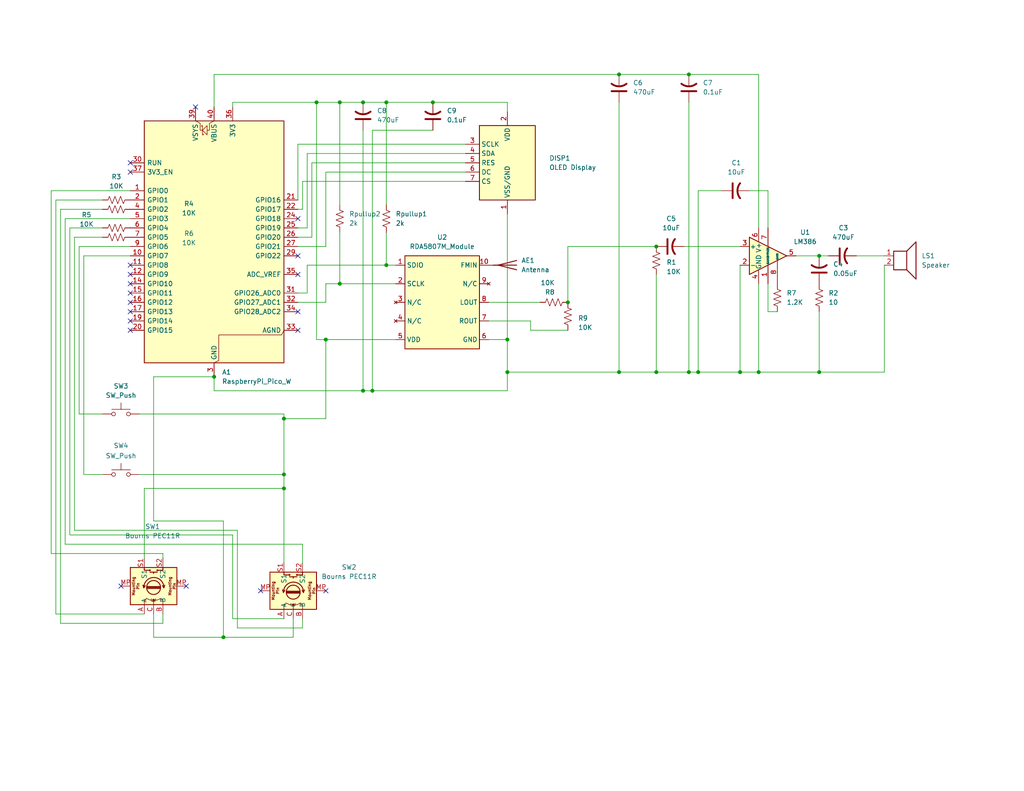
<source format=kicad_sch>
(kicad_sch
	(version 20250114)
	(generator "eeschema")
	(generator_version "9.0")
	(uuid "6b6c9202-faf0-4225-a4eb-fb570b58e246")
	(paper "USLetter")
	(title_block
		(title "Radio Module")
		(date "2025-06-19")
		(rev "0")
	)
	(lib_symbols
		(symbol "Amplifier_Audio:LM386"
			(pin_names
				(offset 0.127)
			)
			(exclude_from_sim no)
			(in_bom yes)
			(on_board yes)
			(property "Reference" "U"
				(at 1.27 7.62 0)
				(effects
					(font
						(size 1.27 1.27)
					)
					(justify left)
				)
			)
			(property "Value" "LM386"
				(at 1.27 5.08 0)
				(effects
					(font
						(size 1.27 1.27)
					)
					(justify left)
				)
			)
			(property "Footprint" ""
				(at 2.54 2.54 0)
				(effects
					(font
						(size 1.27 1.27)
					)
					(hide yes)
				)
			)
			(property "Datasheet" "http://www.ti.com/lit/ds/symlink/lm386.pdf"
				(at 5.08 5.08 0)
				(effects
					(font
						(size 1.27 1.27)
					)
					(hide yes)
				)
			)
			(property "Description" "Low Voltage Audio Power Amplifier, DIP-8/SOIC-8/SSOP-8"
				(at 0 0 0)
				(effects
					(font
						(size 1.27 1.27)
					)
					(hide yes)
				)
			)
			(property "ki_keywords" "single Power opamp"
				(at 0 0 0)
				(effects
					(font
						(size 1.27 1.27)
					)
					(hide yes)
				)
			)
			(property "ki_fp_filters" "SOIC*3.9x4.9mm*P1.27mm* DIP*W7.62mm* MSSOP*P0.65mm* TSSOP*3x3mm*P0.5mm*"
				(at 0 0 0)
				(effects
					(font
						(size 1.27 1.27)
					)
					(hide yes)
				)
			)
			(symbol "LM386_0_1"
				(polyline
					(pts
						(xy 5.08 0) (xy -5.08 5.08) (xy -5.08 -5.08) (xy 5.08 0)
					)
					(stroke
						(width 0.254)
						(type default)
					)
					(fill
						(type background)
					)
				)
			)
			(symbol "LM386_1_1"
				(pin input line
					(at -7.62 2.54 0)
					(length 2.54)
					(name "+"
						(effects
							(font
								(size 1.27 1.27)
							)
						)
					)
					(number "3"
						(effects
							(font
								(size 1.27 1.27)
							)
						)
					)
				)
				(pin input line
					(at -7.62 -2.54 0)
					(length 2.54)
					(name "-"
						(effects
							(font
								(size 1.27 1.27)
							)
						)
					)
					(number "2"
						(effects
							(font
								(size 1.27 1.27)
							)
						)
					)
				)
				(pin power_in line
					(at -2.54 7.62 270)
					(length 3.81)
					(name "V+"
						(effects
							(font
								(size 1.27 1.27)
							)
						)
					)
					(number "6"
						(effects
							(font
								(size 1.27 1.27)
							)
						)
					)
				)
				(pin power_in line
					(at -2.54 -7.62 90)
					(length 3.81)
					(name "GND"
						(effects
							(font
								(size 1.27 1.27)
							)
						)
					)
					(number "4"
						(effects
							(font
								(size 1.27 1.27)
							)
						)
					)
				)
				(pin input line
					(at 0 7.62 270)
					(length 5.08)
					(name "BYPASS"
						(effects
							(font
								(size 0.508 0.508)
							)
						)
					)
					(number "7"
						(effects
							(font
								(size 1.27 1.27)
							)
						)
					)
				)
				(pin input line
					(at 0 -7.62 90)
					(length 5.08)
					(name "GAIN"
						(effects
							(font
								(size 0.508 0.508)
							)
						)
					)
					(number "1"
						(effects
							(font
								(size 1.27 1.27)
							)
						)
					)
				)
				(pin input line
					(at 2.54 -7.62 90)
					(length 6.35)
					(name "GAIN"
						(effects
							(font
								(size 0.508 0.508)
							)
						)
					)
					(number "8"
						(effects
							(font
								(size 1.27 1.27)
							)
						)
					)
				)
				(pin output line
					(at 7.62 0 180)
					(length 2.54)
					(name "~"
						(effects
							(font
								(size 1.27 1.27)
							)
						)
					)
					(number "5"
						(effects
							(font
								(size 1.27 1.27)
							)
						)
					)
				)
			)
			(embedded_fonts no)
		)
		(symbol "Bourns PEC11R_1"
			(exclude_from_sim no)
			(in_bom yes)
			(on_board yes)
			(property "Reference" "SW?"
				(at 7.62 7.62 0)
				(effects
					(font
						(size 1.27 1.27)
					)
					(justify left)
				)
			)
			(property "Value" "Bourns PEC11R"
				(at 7.62 5.08 0)
				(effects
					(font
						(size 1.27 1.27)
					)
					(justify left)
				)
			)
			(property "Footprint" "Rotary_Encoder:RotaryEncoder_Alps_EC12E-Switch_Vertical_H20mm"
				(at 39.37 -7.62 0)
				(effects
					(font
						(size 1.27 1.27)
					)
					(hide yes)
				)
			)
			(property "Datasheet" ""
				(at 0 0 90)
				(effects
					(font
						(size 1.27 1.27)
					)
					(hide yes)
				)
			)
			(property "Description" ""
				(at 0 0 0)
				(effects
					(font
						(size 1.27 1.27)
					)
					(hide yes)
				)
			)
			(symbol "Bourns PEC11R_1_0_0"
				(text "Mounting\nPin"
					(at -4.8504 0.0079 900)
					(effects
						(font
							(size 0.762 0.762)
						)
					)
				)
				(text "Mounting\nPin"
					(at 5.08 0 900)
					(effects
						(font
							(size 0.762 0.762)
						)
					)
				)
			)
			(symbol "Bourns PEC11R_1_0_1"
				(rectangle
					(start -6.35 5.08)
					(end 6.35 -5.08)
					(stroke
						(width 0.254)
						(type default)
					)
					(fill
						(type background)
					)
				)
				(polyline
					(pts
						(xy -2.921 0.254) (xy -2.667 -0.508) (xy -2.286 0.127)
					)
					(stroke
						(width 0.254)
						(type default)
					)
					(fill
						(type none)
					)
				)
				(polyline
					(pts
						(xy -2.54 5.08) (xy -2.54 4.318) (xy -1.016 4.318)
					)
					(stroke
						(width 0.254)
						(type default)
					)
					(fill
						(type none)
					)
				)
				(polyline
					(pts
						(xy -2.54 -5.08) (xy -2.54 -3.81) (xy -2.032 -3.81)
					)
					(stroke
						(width 0)
						(type default)
					)
					(fill
						(type none)
					)
				)
				(polyline
					(pts
						(xy -1.778 -0.127) (xy 1.778 -0.127)
					)
					(stroke
						(width 0.254)
						(type default)
					)
					(fill
						(type none)
					)
				)
				(circle
					(center -1.016 4.318)
					(radius 0.127)
					(stroke
						(width 0.254)
						(type default)
					)
					(fill
						(type none)
					)
				)
				(polyline
					(pts
						(xy -1.016 3.81) (xy 1.016 3.81)
					)
					(stroke
						(width 0.254)
						(type default)
					)
					(fill
						(type none)
					)
				)
				(polyline
					(pts
						(xy 0 3.81) (xy 0 3.429)
					)
					(stroke
						(width 0.254)
						(type default)
					)
					(fill
						(type none)
					)
				)
				(circle
					(center 0 -0.381)
					(radius 1.905)
					(stroke
						(width 0.254)
						(type default)
					)
					(fill
						(type none)
					)
				)
				(circle
					(center 0 -3.81)
					(radius 0.254)
					(stroke
						(width 0)
						(type default)
					)
					(fill
						(type outline)
					)
				)
				(polyline
					(pts
						(xy 0 -4.318) (xy 0 -3.81) (xy -1.016 -3.81) (xy -2.032 -3.302)
					)
					(stroke
						(width 0)
						(type default)
					)
					(fill
						(type none)
					)
				)
				(polyline
					(pts
						(xy 0 -5.08) (xy 0 -3.81) (xy 1.016 -3.81) (xy 2.032 -3.302)
					)
					(stroke
						(width 0)
						(type default)
					)
					(fill
						(type none)
					)
				)
				(arc
					(start -2.667 -0.381)
					(mid 0.0635 2.3376)
					(end 2.794 -0.381)
					(stroke
						(width 0.254)
						(type default)
					)
					(fill
						(type none)
					)
				)
				(circle
					(center 1.016 4.318)
					(radius 0.127)
					(stroke
						(width 0.254)
						(type default)
					)
					(fill
						(type none)
					)
				)
				(polyline
					(pts
						(xy 1.778 -0.381) (xy -1.778 -0.381)
					)
					(stroke
						(width 0.254)
						(type default)
					)
					(fill
						(type none)
					)
				)
				(polyline
					(pts
						(xy 1.778 -0.635) (xy -1.778 -0.635)
					)
					(stroke
						(width 0.254)
						(type default)
					)
					(fill
						(type none)
					)
				)
				(polyline
					(pts
						(xy 2.54 5.08) (xy 2.54 4.318) (xy 1.016 4.318)
					)
					(stroke
						(width 0.254)
						(type default)
					)
					(fill
						(type none)
					)
				)
				(polyline
					(pts
						(xy 2.54 -5.08) (xy 2.54 -3.81) (xy 2.032 -3.81)
					)
					(stroke
						(width 0)
						(type default)
					)
					(fill
						(type none)
					)
				)
				(polyline
					(pts
						(xy 3.048 0.254) (xy 2.794 -0.508) (xy 2.413 0.127)
					)
					(stroke
						(width 0.254)
						(type default)
					)
					(fill
						(type none)
					)
				)
			)
			(symbol "Bourns PEC11R_1_1_1"
				(pin passive line
					(at -8.89 0 0)
					(length 2.54)
					(name ""
						(effects
							(font
								(size 1.27 1.27)
							)
						)
					)
					(number "MP"
						(effects
							(font
								(size 1.27 1.27)
							)
						)
					)
				)
				(pin passive line
					(at -2.54 7.62 270)
					(length 2.54)
					(name "S1"
						(effects
							(font
								(size 1.27 1.27)
							)
						)
					)
					(number "S1"
						(effects
							(font
								(size 1.27 1.27)
							)
						)
					)
				)
				(pin passive line
					(at -2.54 -7.62 90)
					(length 2.54)
					(name "A"
						(effects
							(font
								(size 1.27 1.27)
							)
						)
					)
					(number "A"
						(effects
							(font
								(size 1.27 1.27)
							)
						)
					)
				)
				(pin passive line
					(at 0 -7.62 90)
					(length 2.54)
					(name "C"
						(effects
							(font
								(size 1.27 1.27)
							)
						)
					)
					(number "C"
						(effects
							(font
								(size 1.27 1.27)
							)
						)
					)
				)
				(pin passive line
					(at 2.54 7.62 270)
					(length 2.54)
					(name "S2"
						(effects
							(font
								(size 1.27 1.27)
							)
						)
					)
					(number "S2"
						(effects
							(font
								(size 1.27 1.27)
							)
						)
					)
				)
				(pin passive line
					(at 2.54 -7.62 90)
					(length 2.54)
					(name "B"
						(effects
							(font
								(size 1.27 1.27)
							)
						)
					)
					(number "B"
						(effects
							(font
								(size 1.27 1.27)
							)
						)
					)
				)
				(pin passive line
					(at 8.89 0 180)
					(length 2.54)
					(name ""
						(effects
							(font
								(size 1.27 1.27)
							)
						)
					)
					(number "MP"
						(effects
							(font
								(size 1.27 1.27)
							)
						)
					)
				)
			)
			(embedded_fonts no)
		)
		(symbol "Device:Antenna"
			(pin_numbers
				(hide yes)
			)
			(pin_names
				(offset 1.016)
				(hide yes)
			)
			(exclude_from_sim no)
			(in_bom yes)
			(on_board yes)
			(property "Reference" "AE"
				(at -1.905 1.905 0)
				(effects
					(font
						(size 1.27 1.27)
					)
					(justify right)
				)
			)
			(property "Value" "Antenna"
				(at -1.905 0 0)
				(effects
					(font
						(size 1.27 1.27)
					)
					(justify right)
				)
			)
			(property "Footprint" ""
				(at 0 0 0)
				(effects
					(font
						(size 1.27 1.27)
					)
					(hide yes)
				)
			)
			(property "Datasheet" "~"
				(at 0 0 0)
				(effects
					(font
						(size 1.27 1.27)
					)
					(hide yes)
				)
			)
			(property "Description" "Antenna"
				(at 0 0 0)
				(effects
					(font
						(size 1.27 1.27)
					)
					(hide yes)
				)
			)
			(property "ki_keywords" "antenna"
				(at 0 0 0)
				(effects
					(font
						(size 1.27 1.27)
					)
					(hide yes)
				)
			)
			(symbol "Antenna_0_1"
				(polyline
					(pts
						(xy 0 2.54) (xy 0 -3.81)
					)
					(stroke
						(width 0.254)
						(type default)
					)
					(fill
						(type none)
					)
				)
				(polyline
					(pts
						(xy 1.27 2.54) (xy 0 -2.54) (xy -1.27 2.54)
					)
					(stroke
						(width 0.254)
						(type default)
					)
					(fill
						(type none)
					)
				)
			)
			(symbol "Antenna_1_1"
				(pin input line
					(at 0 -5.08 90)
					(length 2.54)
					(name "A"
						(effects
							(font
								(size 1.27 1.27)
							)
						)
					)
					(number "1"
						(effects
							(font
								(size 1.27 1.27)
							)
						)
					)
				)
			)
			(embedded_fonts no)
		)
		(symbol "Device:C_US"
			(pin_numbers
				(hide yes)
			)
			(pin_names
				(offset 0.254)
				(hide yes)
			)
			(exclude_from_sim no)
			(in_bom yes)
			(on_board yes)
			(property "Reference" "C"
				(at 0.635 2.54 0)
				(effects
					(font
						(size 1.27 1.27)
					)
					(justify left)
				)
			)
			(property "Value" "C_US"
				(at 0.635 -2.54 0)
				(effects
					(font
						(size 1.27 1.27)
					)
					(justify left)
				)
			)
			(property "Footprint" ""
				(at 0 0 0)
				(effects
					(font
						(size 1.27 1.27)
					)
					(hide yes)
				)
			)
			(property "Datasheet" ""
				(at 0 0 0)
				(effects
					(font
						(size 1.27 1.27)
					)
					(hide yes)
				)
			)
			(property "Description" "capacitor, US symbol"
				(at 0 0 0)
				(effects
					(font
						(size 1.27 1.27)
					)
					(hide yes)
				)
			)
			(property "ki_keywords" "cap capacitor"
				(at 0 0 0)
				(effects
					(font
						(size 1.27 1.27)
					)
					(hide yes)
				)
			)
			(property "ki_fp_filters" "C_*"
				(at 0 0 0)
				(effects
					(font
						(size 1.27 1.27)
					)
					(hide yes)
				)
			)
			(symbol "C_US_0_1"
				(polyline
					(pts
						(xy -2.032 0.762) (xy 2.032 0.762)
					)
					(stroke
						(width 0.508)
						(type default)
					)
					(fill
						(type none)
					)
				)
				(arc
					(start -2.032 -1.27)
					(mid 0 -0.5572)
					(end 2.032 -1.27)
					(stroke
						(width 0.508)
						(type default)
					)
					(fill
						(type none)
					)
				)
			)
			(symbol "C_US_1_1"
				(pin passive line
					(at 0 3.81 270)
					(length 2.794)
					(name "~"
						(effects
							(font
								(size 1.27 1.27)
							)
						)
					)
					(number "1"
						(effects
							(font
								(size 1.27 1.27)
							)
						)
					)
				)
				(pin passive line
					(at 0 -3.81 90)
					(length 3.302)
					(name "~"
						(effects
							(font
								(size 1.27 1.27)
							)
						)
					)
					(number "2"
						(effects
							(font
								(size 1.27 1.27)
							)
						)
					)
				)
			)
			(embedded_fonts no)
		)
		(symbol "Device:R_US"
			(pin_numbers
				(hide yes)
			)
			(pin_names
				(offset 0)
			)
			(exclude_from_sim no)
			(in_bom yes)
			(on_board yes)
			(property "Reference" "R"
				(at 2.54 0 90)
				(effects
					(font
						(size 1.27 1.27)
					)
				)
			)
			(property "Value" "R_US"
				(at -2.54 0 90)
				(effects
					(font
						(size 1.27 1.27)
					)
				)
			)
			(property "Footprint" ""
				(at 1.016 -0.254 90)
				(effects
					(font
						(size 1.27 1.27)
					)
					(hide yes)
				)
			)
			(property "Datasheet" "~"
				(at 0 0 0)
				(effects
					(font
						(size 1.27 1.27)
					)
					(hide yes)
				)
			)
			(property "Description" "Resistor, US symbol"
				(at 0 0 0)
				(effects
					(font
						(size 1.27 1.27)
					)
					(hide yes)
				)
			)
			(property "ki_keywords" "R res resistor"
				(at 0 0 0)
				(effects
					(font
						(size 1.27 1.27)
					)
					(hide yes)
				)
			)
			(property "ki_fp_filters" "R_*"
				(at 0 0 0)
				(effects
					(font
						(size 1.27 1.27)
					)
					(hide yes)
				)
			)
			(symbol "R_US_0_1"
				(polyline
					(pts
						(xy 0 2.286) (xy 0 2.54)
					)
					(stroke
						(width 0)
						(type default)
					)
					(fill
						(type none)
					)
				)
				(polyline
					(pts
						(xy 0 2.286) (xy 1.016 1.905) (xy 0 1.524) (xy -1.016 1.143) (xy 0 0.762)
					)
					(stroke
						(width 0)
						(type default)
					)
					(fill
						(type none)
					)
				)
				(polyline
					(pts
						(xy 0 0.762) (xy 1.016 0.381) (xy 0 0) (xy -1.016 -0.381) (xy 0 -0.762)
					)
					(stroke
						(width 0)
						(type default)
					)
					(fill
						(type none)
					)
				)
				(polyline
					(pts
						(xy 0 -0.762) (xy 1.016 -1.143) (xy 0 -1.524) (xy -1.016 -1.905) (xy 0 -2.286)
					)
					(stroke
						(width 0)
						(type default)
					)
					(fill
						(type none)
					)
				)
				(polyline
					(pts
						(xy 0 -2.286) (xy 0 -2.54)
					)
					(stroke
						(width 0)
						(type default)
					)
					(fill
						(type none)
					)
				)
			)
			(symbol "R_US_1_1"
				(pin passive line
					(at 0 3.81 270)
					(length 1.27)
					(name "~"
						(effects
							(font
								(size 1.27 1.27)
							)
						)
					)
					(number "1"
						(effects
							(font
								(size 1.27 1.27)
							)
						)
					)
				)
				(pin passive line
					(at 0 -3.81 90)
					(length 1.27)
					(name "~"
						(effects
							(font
								(size 1.27 1.27)
							)
						)
					)
					(number "2"
						(effects
							(font
								(size 1.27 1.27)
							)
						)
					)
				)
			)
			(embedded_fonts no)
		)
		(symbol "Device:Speaker"
			(pin_names
				(offset 0)
				(hide yes)
			)
			(exclude_from_sim no)
			(in_bom yes)
			(on_board yes)
			(property "Reference" "LS"
				(at 1.27 5.715 0)
				(effects
					(font
						(size 1.27 1.27)
					)
					(justify right)
				)
			)
			(property "Value" "Speaker"
				(at 1.27 3.81 0)
				(effects
					(font
						(size 1.27 1.27)
					)
					(justify right)
				)
			)
			(property "Footprint" ""
				(at 0 -5.08 0)
				(effects
					(font
						(size 1.27 1.27)
					)
					(hide yes)
				)
			)
			(property "Datasheet" "~"
				(at -0.254 -1.27 0)
				(effects
					(font
						(size 1.27 1.27)
					)
					(hide yes)
				)
			)
			(property "Description" "Speaker"
				(at 0 0 0)
				(effects
					(font
						(size 1.27 1.27)
					)
					(hide yes)
				)
			)
			(property "ki_keywords" "speaker sound"
				(at 0 0 0)
				(effects
					(font
						(size 1.27 1.27)
					)
					(hide yes)
				)
			)
			(symbol "Speaker_0_0"
				(rectangle
					(start -2.54 1.27)
					(end 1.016 -3.81)
					(stroke
						(width 0.254)
						(type default)
					)
					(fill
						(type none)
					)
				)
				(polyline
					(pts
						(xy 1.016 1.27) (xy 3.556 3.81) (xy 3.556 -6.35) (xy 1.016 -3.81)
					)
					(stroke
						(width 0.254)
						(type default)
					)
					(fill
						(type none)
					)
				)
			)
			(symbol "Speaker_1_1"
				(pin input line
					(at -5.08 0 0)
					(length 2.54)
					(name "1"
						(effects
							(font
								(size 1.27 1.27)
							)
						)
					)
					(number "1"
						(effects
							(font
								(size 1.27 1.27)
							)
						)
					)
				)
				(pin input line
					(at -5.08 -2.54 0)
					(length 2.54)
					(name "2"
						(effects
							(font
								(size 1.27 1.27)
							)
						)
					)
					(number "2"
						(effects
							(font
								(size 1.27 1.27)
							)
						)
					)
				)
			)
			(embedded_fonts no)
		)
		(symbol "ECE:Bourns PEC11R"
			(exclude_from_sim no)
			(in_bom yes)
			(on_board yes)
			(property "Reference" "SW?"
				(at 7.62 7.62 0)
				(effects
					(font
						(size 1.27 1.27)
					)
					(justify left)
				)
			)
			(property "Value" "Bourns PEC11R"
				(at 7.62 5.08 0)
				(effects
					(font
						(size 1.27 1.27)
					)
					(justify left)
				)
			)
			(property "Footprint" "Rotary_Encoder:RotaryEncoder_Alps_EC12E-Switch_Vertical_H20mm"
				(at 39.37 -7.62 0)
				(effects
					(font
						(size 1.27 1.27)
					)
					(hide yes)
				)
			)
			(property "Datasheet" ""
				(at 0 0 90)
				(effects
					(font
						(size 1.27 1.27)
					)
					(hide yes)
				)
			)
			(property "Description" ""
				(at 0 0 0)
				(effects
					(font
						(size 1.27 1.27)
					)
					(hide yes)
				)
			)
			(symbol "Bourns PEC11R_0_0"
				(text "Mounting\nPin"
					(at -4.8504 0.0079 900)
					(effects
						(font
							(size 0.762 0.762)
						)
					)
				)
				(text "Mounting\nPin"
					(at 5.08 0 900)
					(effects
						(font
							(size 0.762 0.762)
						)
					)
				)
			)
			(symbol "Bourns PEC11R_0_1"
				(rectangle
					(start -6.35 5.08)
					(end 6.35 -5.08)
					(stroke
						(width 0.254)
						(type default)
					)
					(fill
						(type background)
					)
				)
				(polyline
					(pts
						(xy -2.921 0.254) (xy -2.667 -0.508) (xy -2.286 0.127)
					)
					(stroke
						(width 0.254)
						(type default)
					)
					(fill
						(type none)
					)
				)
				(polyline
					(pts
						(xy -2.54 5.08) (xy -2.54 4.318) (xy -1.016 4.318)
					)
					(stroke
						(width 0.254)
						(type default)
					)
					(fill
						(type none)
					)
				)
				(polyline
					(pts
						(xy -2.54 -5.08) (xy -2.54 -3.81) (xy -2.032 -3.81)
					)
					(stroke
						(width 0)
						(type default)
					)
					(fill
						(type none)
					)
				)
				(polyline
					(pts
						(xy -1.778 -0.127) (xy 1.778 -0.127)
					)
					(stroke
						(width 0.254)
						(type default)
					)
					(fill
						(type none)
					)
				)
				(circle
					(center -1.016 4.318)
					(radius 0.127)
					(stroke
						(width 0.254)
						(type default)
					)
					(fill
						(type none)
					)
				)
				(polyline
					(pts
						(xy -1.016 3.81) (xy 1.016 3.81)
					)
					(stroke
						(width 0.254)
						(type default)
					)
					(fill
						(type none)
					)
				)
				(polyline
					(pts
						(xy 0 3.81) (xy 0 3.429)
					)
					(stroke
						(width 0.254)
						(type default)
					)
					(fill
						(type none)
					)
				)
				(circle
					(center 0 -0.381)
					(radius 1.905)
					(stroke
						(width 0.254)
						(type default)
					)
					(fill
						(type none)
					)
				)
				(circle
					(center 0 -3.81)
					(radius 0.254)
					(stroke
						(width 0)
						(type default)
					)
					(fill
						(type outline)
					)
				)
				(polyline
					(pts
						(xy 0 -4.318) (xy 0 -3.81) (xy -1.016 -3.81) (xy -2.032 -3.302)
					)
					(stroke
						(width 0)
						(type default)
					)
					(fill
						(type none)
					)
				)
				(polyline
					(pts
						(xy 0 -5.08) (xy 0 -3.81) (xy 1.016 -3.81) (xy 2.032 -3.302)
					)
					(stroke
						(width 0)
						(type default)
					)
					(fill
						(type none)
					)
				)
				(arc
					(start -2.667 -0.381)
					(mid 0.0635 2.3376)
					(end 2.794 -0.381)
					(stroke
						(width 0.254)
						(type default)
					)
					(fill
						(type none)
					)
				)
				(circle
					(center 1.016 4.318)
					(radius 0.127)
					(stroke
						(width 0.254)
						(type default)
					)
					(fill
						(type none)
					)
				)
				(polyline
					(pts
						(xy 1.778 -0.381) (xy -1.778 -0.381)
					)
					(stroke
						(width 0.254)
						(type default)
					)
					(fill
						(type none)
					)
				)
				(polyline
					(pts
						(xy 1.778 -0.635) (xy -1.778 -0.635)
					)
					(stroke
						(width 0.254)
						(type default)
					)
					(fill
						(type none)
					)
				)
				(polyline
					(pts
						(xy 2.54 5.08) (xy 2.54 4.318) (xy 1.016 4.318)
					)
					(stroke
						(width 0.254)
						(type default)
					)
					(fill
						(type none)
					)
				)
				(polyline
					(pts
						(xy 2.54 -5.08) (xy 2.54 -3.81) (xy 2.032 -3.81)
					)
					(stroke
						(width 0)
						(type default)
					)
					(fill
						(type none)
					)
				)
				(polyline
					(pts
						(xy 3.048 0.254) (xy 2.794 -0.508) (xy 2.413 0.127)
					)
					(stroke
						(width 0.254)
						(type default)
					)
					(fill
						(type none)
					)
				)
			)
			(symbol "Bourns PEC11R_1_1"
				(pin passive line
					(at -8.89 0 0)
					(length 2.54)
					(name ""
						(effects
							(font
								(size 1.27 1.27)
							)
						)
					)
					(number "MP"
						(effects
							(font
								(size 1.27 1.27)
							)
						)
					)
				)
				(pin passive line
					(at -2.54 7.62 270)
					(length 2.54)
					(name "S1"
						(effects
							(font
								(size 1.27 1.27)
							)
						)
					)
					(number "S1"
						(effects
							(font
								(size 1.27 1.27)
							)
						)
					)
				)
				(pin passive line
					(at -2.54 -7.62 90)
					(length 2.54)
					(name "A"
						(effects
							(font
								(size 1.27 1.27)
							)
						)
					)
					(number "A"
						(effects
							(font
								(size 1.27 1.27)
							)
						)
					)
				)
				(pin passive line
					(at 0 -7.62 90)
					(length 2.54)
					(name "C"
						(effects
							(font
								(size 1.27 1.27)
							)
						)
					)
					(number "C"
						(effects
							(font
								(size 1.27 1.27)
							)
						)
					)
				)
				(pin passive line
					(at 2.54 7.62 270)
					(length 2.54)
					(name "S2"
						(effects
							(font
								(size 1.27 1.27)
							)
						)
					)
					(number "S2"
						(effects
							(font
								(size 1.27 1.27)
							)
						)
					)
				)
				(pin passive line
					(at 2.54 -7.62 90)
					(length 2.54)
					(name "B"
						(effects
							(font
								(size 1.27 1.27)
							)
						)
					)
					(number "B"
						(effects
							(font
								(size 1.27 1.27)
							)
						)
					)
				)
				(pin passive line
					(at 8.89 0 180)
					(length 2.54)
					(name ""
						(effects
							(font
								(size 1.27 1.27)
							)
						)
					)
					(number "MP"
						(effects
							(font
								(size 1.27 1.27)
							)
						)
					)
				)
			)
			(embedded_fonts no)
		)
		(symbol "ECE:OLED Display"
			(exclude_from_sim no)
			(in_bom yes)
			(on_board yes)
			(property "Reference" "DISP?"
				(at 8.89 -1.27 0)
				(effects
					(font
						(size 1.27 1.27)
					)
					(justify left)
				)
			)
			(property "Value" "OLED Display"
				(at 8.89 1.27 0)
				(effects
					(font
						(size 1.27 1.27)
					)
					(justify left)
				)
			)
			(property "Footprint" ""
				(at 0 0 0)
				(effects
					(font
						(size 1.27 1.27)
					)
					(hide yes)
				)
			)
			(property "Datasheet" ""
				(at 0 0 0)
				(effects
					(font
						(size 1.27 1.27)
					)
					(hide yes)
				)
			)
			(property "Description" ""
				(at 0 0 0)
				(effects
					(font
						(size 1.27 1.27)
					)
					(hide yes)
				)
			)
			(symbol "OLED Display_1_1"
				(rectangle
					(start -7.62 10.16)
					(end 7.62 -10.16)
					(stroke
						(width 0.254)
						(type default)
					)
					(fill
						(type background)
					)
				)
				(pin input line
					(at -11.43 5.08 0)
					(length 3.81)
					(name "SCLK"
						(effects
							(font
								(size 1.27 1.27)
							)
						)
					)
					(number "3"
						(effects
							(font
								(size 1.27 1.27)
							)
						)
					)
				)
				(pin output line
					(at -11.43 2.54 0)
					(length 3.81)
					(name "SDA"
						(effects
							(font
								(size 1.27 1.27)
							)
						)
					)
					(number "4"
						(effects
							(font
								(size 1.27 1.27)
							)
						)
					)
				)
				(pin input line
					(at -11.43 0 0)
					(length 3.81)
					(name "RES"
						(effects
							(font
								(size 1.27 1.27)
							)
						)
					)
					(number "5"
						(effects
							(font
								(size 1.27 1.27)
							)
						)
					)
				)
				(pin input line
					(at -11.43 -2.54 0)
					(length 3.81)
					(name "DC"
						(effects
							(font
								(size 1.27 1.27)
							)
						)
					)
					(number "6"
						(effects
							(font
								(size 1.27 1.27)
							)
						)
					)
				)
				(pin input line
					(at -11.43 -5.08 0)
					(length 3.81)
					(name "CS"
						(effects
							(font
								(size 1.27 1.27)
							)
						)
					)
					(number "7"
						(effects
							(font
								(size 1.27 1.27)
							)
						)
					)
				)
				(pin power_in line
					(at 0 13.97 270)
					(length 3.81)
					(name "VDD"
						(effects
							(font
								(size 1.27 1.27)
							)
						)
					)
					(number "2"
						(effects
							(font
								(size 1.27 1.27)
							)
						)
					)
				)
				(pin power_in line
					(at 0 -13.97 90)
					(length 3.81)
					(name "VSS/GND"
						(effects
							(font
								(size 1.27 1.27)
							)
						)
					)
					(number "1"
						(effects
							(font
								(size 1.27 1.27)
							)
						)
					)
				)
			)
			(embedded_fonts no)
		)
		(symbol "ECE:RDA5807M_Module"
			(exclude_from_sim no)
			(in_bom yes)
			(on_board yes)
			(property "Reference" "U"
				(at -8.89 16.51 0)
				(effects
					(font
						(size 1.27 1.27)
					)
					(justify left)
				)
			)
			(property "Value" "RDA5807M_Module"
				(at -8.89 13.97 0)
				(effects
					(font
						(size 1.27 1.27)
					)
					(justify left)
				)
			)
			(property "Footprint" "ECE:RDA5807M_Module_TH"
				(at 0 1.27 0)
				(effects
					(font
						(size 1.27 1.27)
					)
					(hide yes)
				)
			)
			(property "Datasheet" ""
				(at 0 1.27 0)
				(effects
					(font
						(size 1.27 1.27)
					)
					(hide yes)
				)
			)
			(property "Description" ""
				(at 0 0 0)
				(effects
					(font
						(size 1.27 1.27)
					)
					(hide yes)
				)
			)
			(property "ki_fp_filters" "RDA5807M_Module_SM RDA5807M_Module_TH"
				(at 0 0 0)
				(effects
					(font
						(size 1.27 1.27)
					)
					(hide yes)
				)
			)
			(symbol "RDA5807M_Module_0_1"
				(rectangle
					(start -10.16 12.7)
					(end 10.16 -12.7)
					(stroke
						(width 0.254)
						(type default)
					)
					(fill
						(type background)
					)
				)
			)
			(symbol "RDA5807M_Module_1_1"
				(pin bidirectional line
					(at -12.7 10.16 0)
					(length 2.54)
					(name "SDIO"
						(effects
							(font
								(size 1.27 1.27)
							)
						)
					)
					(number "1"
						(effects
							(font
								(size 1.27 1.27)
							)
						)
					)
				)
				(pin input line
					(at -12.7 5.08 0)
					(length 2.54)
					(name "SCLK"
						(effects
							(font
								(size 1.27 1.27)
							)
						)
					)
					(number "2"
						(effects
							(font
								(size 1.27 1.27)
							)
						)
					)
				)
				(pin no_connect line
					(at -12.7 0 0)
					(length 2.54)
					(name "N/C"
						(effects
							(font
								(size 1.27 1.27)
							)
						)
					)
					(number "3"
						(effects
							(font
								(size 1.27 1.27)
							)
						)
					)
				)
				(pin no_connect line
					(at -12.7 -5.08 0)
					(length 2.54)
					(name "N/C"
						(effects
							(font
								(size 1.27 1.27)
							)
						)
					)
					(number "4"
						(effects
							(font
								(size 1.27 1.27)
							)
						)
					)
				)
				(pin power_in line
					(at -12.7 -10.16 0)
					(length 2.54)
					(name "VDD"
						(effects
							(font
								(size 1.27 1.27)
							)
						)
					)
					(number "5"
						(effects
							(font
								(size 1.27 1.27)
							)
						)
					)
				)
				(pin input line
					(at 12.7 10.16 180)
					(length 2.54)
					(name "FMIN"
						(effects
							(font
								(size 1.27 1.27)
							)
						)
					)
					(number "10"
						(effects
							(font
								(size 1.27 1.27)
							)
						)
					)
				)
				(pin no_connect line
					(at 12.7 5.08 180)
					(length 2.54)
					(name "N/C"
						(effects
							(font
								(size 1.27 1.27)
							)
						)
					)
					(number "9"
						(effects
							(font
								(size 1.27 1.27)
							)
						)
					)
				)
				(pin output line
					(at 12.7 0 180)
					(length 2.54)
					(name "LOUT"
						(effects
							(font
								(size 1.27 1.27)
							)
						)
					)
					(number "8"
						(effects
							(font
								(size 1.27 1.27)
							)
						)
					)
				)
				(pin output line
					(at 12.7 -5.08 180)
					(length 2.54)
					(name "ROUT"
						(effects
							(font
								(size 1.27 1.27)
							)
						)
					)
					(number "7"
						(effects
							(font
								(size 1.27 1.27)
							)
						)
					)
				)
				(pin power_in line
					(at 12.7 -10.16 180)
					(length 2.54)
					(name "GND"
						(effects
							(font
								(size 1.27 1.27)
							)
						)
					)
					(number "6"
						(effects
							(font
								(size 1.27 1.27)
							)
						)
					)
				)
			)
			(embedded_fonts no)
		)
		(symbol "MCU_Module:RaspberryPi_Pico_W"
			(pin_names
				(offset 0.762)
			)
			(exclude_from_sim no)
			(in_bom yes)
			(on_board yes)
			(property "Reference" "A"
				(at -19.05 35.56 0)
				(effects
					(font
						(size 1.27 1.27)
					)
					(justify left)
				)
			)
			(property "Value" "RaspberryPi_Pico_W"
				(at 7.62 35.56 0)
				(effects
					(font
						(size 1.27 1.27)
					)
					(justify left)
				)
			)
			(property "Footprint" "Module:RaspberryPi_Pico_W_SMD_HandSolder"
				(at 0 -46.99 0)
				(effects
					(font
						(size 1.27 1.27)
					)
					(hide yes)
				)
			)
			(property "Datasheet" "https://datasheets.raspberrypi.com/picow/pico-w-datasheet.pdf"
				(at 0 -49.53 0)
				(effects
					(font
						(size 1.27 1.27)
					)
					(hide yes)
				)
			)
			(property "Description" "Versatile and inexpensive wireless microcontroller module powered by RP2040 dual-core Arm Cortex-M0+ processor up to 133 MHz, 264kB SRAM, 2MB QSPI flash, Infineon CYW43439 2.4GHz 802.11n wireless LAN; also supports Raspberry Pi Pico 2 W"
				(at 0 -52.07 0)
				(effects
					(font
						(size 1.27 1.27)
					)
					(hide yes)
				)
			)
			(property "ki_keywords" "RP2350A M33 RISC-V Hazard3 usb wifi bluetooth"
				(at 0 0 0)
				(effects
					(font
						(size 1.27 1.27)
					)
					(hide yes)
				)
			)
			(property "ki_fp_filters" "RaspberryPi?Pico?Common* RaspberryPi?Pico?W?SMD*"
				(at 0 0 0)
				(effects
					(font
						(size 1.27 1.27)
					)
					(hide yes)
				)
			)
			(symbol "RaspberryPi_Pico_W_0_1"
				(rectangle
					(start -19.05 34.29)
					(end 19.05 -31.75)
					(stroke
						(width 0.254)
						(type default)
					)
					(fill
						(type background)
					)
				)
				(polyline
					(pts
						(xy -5.08 34.29) (xy -3.81 33.655) (xy -3.81 31.75) (xy -3.175 31.75)
					)
					(stroke
						(width 0)
						(type default)
					)
					(fill
						(type none)
					)
				)
				(polyline
					(pts
						(xy -3.429 32.766) (xy -3.429 33.02) (xy -3.175 33.02) (xy -3.175 30.48) (xy -2.921 30.48) (xy -2.921 30.734)
					)
					(stroke
						(width 0)
						(type default)
					)
					(fill
						(type none)
					)
				)
				(polyline
					(pts
						(xy -3.175 31.75) (xy -1.905 33.02) (xy -1.905 30.48) (xy -3.175 31.75)
					)
					(stroke
						(width 0)
						(type default)
					)
					(fill
						(type none)
					)
				)
				(polyline
					(pts
						(xy 0 34.29) (xy -1.27 33.655) (xy -1.27 31.75) (xy -1.905 31.75)
					)
					(stroke
						(width 0)
						(type default)
					)
					(fill
						(type none)
					)
				)
				(polyline
					(pts
						(xy 0 -31.75) (xy 1.27 -31.115) (xy 1.27 -24.13) (xy 18.415 -24.13) (xy 19.05 -22.86)
					)
					(stroke
						(width 0)
						(type default)
					)
					(fill
						(type none)
					)
				)
			)
			(symbol "RaspberryPi_Pico_W_1_1"
				(pin passive line
					(at -22.86 22.86 0)
					(length 3.81)
					(name "RUN"
						(effects
							(font
								(size 1.27 1.27)
							)
						)
					)
					(number "30"
						(effects
							(font
								(size 1.27 1.27)
							)
						)
					)
					(alternate "~{RESET}" passive line)
				)
				(pin passive line
					(at -22.86 20.32 0)
					(length 3.81)
					(name "3V3_EN"
						(effects
							(font
								(size 1.27 1.27)
							)
						)
					)
					(number "37"
						(effects
							(font
								(size 1.27 1.27)
							)
						)
					)
					(alternate "~{3V3_DISABLE}" passive line)
				)
				(pin bidirectional line
					(at -22.86 15.24 0)
					(length 3.81)
					(name "GPIO0"
						(effects
							(font
								(size 1.27 1.27)
							)
						)
					)
					(number "1"
						(effects
							(font
								(size 1.27 1.27)
							)
						)
					)
					(alternate "I2C0_SDA" bidirectional line)
					(alternate "PWM0_A" output line)
					(alternate "SPI0_RX" input line)
					(alternate "UART0_TX" output line)
					(alternate "USB_OVCUR_DET" input line)
				)
				(pin bidirectional line
					(at -22.86 12.7 0)
					(length 3.81)
					(name "GPIO1"
						(effects
							(font
								(size 1.27 1.27)
							)
						)
					)
					(number "2"
						(effects
							(font
								(size 1.27 1.27)
							)
						)
					)
					(alternate "I2C0_SCL" bidirectional clock)
					(alternate "PWM0_B" bidirectional line)
					(alternate "UART0_RX" input line)
					(alternate "USB_VBUS_DET" passive line)
					(alternate "~{SPI0_CSn}" bidirectional line)
				)
				(pin bidirectional line
					(at -22.86 10.16 0)
					(length 3.81)
					(name "GPIO2"
						(effects
							(font
								(size 1.27 1.27)
							)
						)
					)
					(number "4"
						(effects
							(font
								(size 1.27 1.27)
							)
						)
					)
					(alternate "I2C1_SDA" bidirectional line)
					(alternate "PWM1_A" output line)
					(alternate "SPI0_SCK" bidirectional clock)
					(alternate "UART0_CTS" input line)
					(alternate "USB_VBUS_EN" output line)
				)
				(pin bidirectional line
					(at -22.86 7.62 0)
					(length 3.81)
					(name "GPIO3"
						(effects
							(font
								(size 1.27 1.27)
							)
						)
					)
					(number "5"
						(effects
							(font
								(size 1.27 1.27)
							)
						)
					)
					(alternate "I2C1_SCL" bidirectional clock)
					(alternate "PWM1_B" bidirectional line)
					(alternate "SPI0_TX" output line)
					(alternate "UART0_RTS" output line)
					(alternate "USB_OVCUR_DET" input line)
				)
				(pin bidirectional line
					(at -22.86 5.08 0)
					(length 3.81)
					(name "GPIO4"
						(effects
							(font
								(size 1.27 1.27)
							)
						)
					)
					(number "6"
						(effects
							(font
								(size 1.27 1.27)
							)
						)
					)
					(alternate "I2C0_SDA" bidirectional line)
					(alternate "PWM2_A" output line)
					(alternate "SPI0_RX" input line)
					(alternate "UART1_TX" output line)
					(alternate "USB_VBUS_DET" input line)
				)
				(pin bidirectional line
					(at -22.86 2.54 0)
					(length 3.81)
					(name "GPIO5"
						(effects
							(font
								(size 1.27 1.27)
							)
						)
					)
					(number "7"
						(effects
							(font
								(size 1.27 1.27)
							)
						)
					)
					(alternate "I2C0_SCL" bidirectional clock)
					(alternate "PWM2_B" bidirectional line)
					(alternate "UART1_RX" input line)
					(alternate "USB_VBUS_EN" output line)
					(alternate "~{SPI0_CSn}" bidirectional line)
				)
				(pin bidirectional line
					(at -22.86 0 0)
					(length 3.81)
					(name "GPIO6"
						(effects
							(font
								(size 1.27 1.27)
							)
						)
					)
					(number "9"
						(effects
							(font
								(size 1.27 1.27)
							)
						)
					)
					(alternate "I2C1_SDA" bidirectional line)
					(alternate "PWM3_A" output line)
					(alternate "SPI0_SCK" bidirectional clock)
					(alternate "UART1_CTS" input line)
					(alternate "USB_OVCUR_DET" input line)
				)
				(pin bidirectional line
					(at -22.86 -2.54 0)
					(length 3.81)
					(name "GPIO7"
						(effects
							(font
								(size 1.27 1.27)
							)
						)
					)
					(number "10"
						(effects
							(font
								(size 1.27 1.27)
							)
						)
					)
					(alternate "I2C1_SCL" bidirectional clock)
					(alternate "PWM3_B" bidirectional line)
					(alternate "SPI0_TX" output line)
					(alternate "UART1_RTS" output line)
					(alternate "USB_VBUS_DET" input line)
				)
				(pin bidirectional line
					(at -22.86 -5.08 0)
					(length 3.81)
					(name "GPIO8"
						(effects
							(font
								(size 1.27 1.27)
							)
						)
					)
					(number "11"
						(effects
							(font
								(size 1.27 1.27)
							)
						)
					)
					(alternate "I2C0_SDA" bidirectional line)
					(alternate "PWM4_A" output line)
					(alternate "SPI1_RX" input line)
					(alternate "UART1_TX" output line)
					(alternate "USB_VBUS_EN" output line)
				)
				(pin bidirectional line
					(at -22.86 -7.62 0)
					(length 3.81)
					(name "GPIO9"
						(effects
							(font
								(size 1.27 1.27)
							)
						)
					)
					(number "12"
						(effects
							(font
								(size 1.27 1.27)
							)
						)
					)
					(alternate "I2C0_SCL" bidirectional clock)
					(alternate "PWM4_B" bidirectional line)
					(alternate "UART1_RX" input line)
					(alternate "USB_OVCUR_DET" input line)
					(alternate "~{SPI1_CSn}" bidirectional line)
				)
				(pin bidirectional line
					(at -22.86 -10.16 0)
					(length 3.81)
					(name "GPIO10"
						(effects
							(font
								(size 1.27 1.27)
							)
						)
					)
					(number "14"
						(effects
							(font
								(size 1.27 1.27)
							)
						)
					)
					(alternate "I2C1_SDA" bidirectional line)
					(alternate "PWM5_A" output line)
					(alternate "SPI1_SCK" bidirectional clock)
					(alternate "UART1_CTS" input line)
					(alternate "USB_VBUS_DET" input line)
				)
				(pin bidirectional line
					(at -22.86 -12.7 0)
					(length 3.81)
					(name "GPIO11"
						(effects
							(font
								(size 1.27 1.27)
							)
						)
					)
					(number "15"
						(effects
							(font
								(size 1.27 1.27)
							)
						)
					)
					(alternate "I2C1_SCL" bidirectional clock)
					(alternate "PWM5_B" bidirectional line)
					(alternate "SPI1_TX" output line)
					(alternate "UART1_RTS" output line)
					(alternate "USB_VBUS_EN" output line)
				)
				(pin bidirectional line
					(at -22.86 -15.24 0)
					(length 3.81)
					(name "GPIO12"
						(effects
							(font
								(size 1.27 1.27)
							)
						)
					)
					(number "16"
						(effects
							(font
								(size 1.27 1.27)
							)
						)
					)
					(alternate "I2C0_SDA" bidirectional line)
					(alternate "PWM6_A" output line)
					(alternate "SPI1_RX" input line)
					(alternate "UART0_TX" output line)
					(alternate "USB_OVCUR_DET" input line)
				)
				(pin bidirectional line
					(at -22.86 -17.78 0)
					(length 3.81)
					(name "GPIO13"
						(effects
							(font
								(size 1.27 1.27)
							)
						)
					)
					(number "17"
						(effects
							(font
								(size 1.27 1.27)
							)
						)
					)
					(alternate "I2C0_SCL" bidirectional clock)
					(alternate "PWM6_B" bidirectional line)
					(alternate "UART0_RX" input line)
					(alternate "USB_VBUS_DET" input line)
					(alternate "~{SPI1_CSn}" bidirectional line)
				)
				(pin bidirectional line
					(at -22.86 -20.32 0)
					(length 3.81)
					(name "GPIO14"
						(effects
							(font
								(size 1.27 1.27)
							)
						)
					)
					(number "19"
						(effects
							(font
								(size 1.27 1.27)
							)
						)
					)
					(alternate "I2C1_SDA" bidirectional line)
					(alternate "PWM7_A" output line)
					(alternate "SPI1_SCK" bidirectional clock)
					(alternate "UART0_CTS" input line)
					(alternate "USB_VBUS_EN" output line)
				)
				(pin bidirectional line
					(at -22.86 -22.86 0)
					(length 3.81)
					(name "GPIO15"
						(effects
							(font
								(size 1.27 1.27)
							)
						)
					)
					(number "20"
						(effects
							(font
								(size 1.27 1.27)
							)
						)
					)
					(alternate "I2C1_SCL" bidirectional clock)
					(alternate "PWM7_B" bidirectional line)
					(alternate "SPI1_TX" output line)
					(alternate "UART0_RTS" output line)
					(alternate "USB_OVCUR_DET" input line)
				)
				(pin power_in line
					(at -5.08 38.1 270)
					(length 3.81)
					(name "VSYS"
						(effects
							(font
								(size 1.27 1.27)
							)
						)
					)
					(number "39"
						(effects
							(font
								(size 1.27 1.27)
							)
						)
					)
					(alternate "VSYS_OUT" power_out line)
				)
				(pin power_out line
					(at 0 38.1 270)
					(length 3.81)
					(name "VBUS"
						(effects
							(font
								(size 1.27 1.27)
							)
						)
					)
					(number "40"
						(effects
							(font
								(size 1.27 1.27)
							)
						)
					)
					(alternate "VBUS_IN" power_in line)
				)
				(pin passive line
					(at 0 -35.56 90)
					(length 3.81)
					(hide yes)
					(name "GND"
						(effects
							(font
								(size 1.27 1.27)
							)
						)
					)
					(number "13"
						(effects
							(font
								(size 1.27 1.27)
							)
						)
					)
				)
				(pin passive line
					(at 0 -35.56 90)
					(length 3.81)
					(hide yes)
					(name "GND"
						(effects
							(font
								(size 1.27 1.27)
							)
						)
					)
					(number "18"
						(effects
							(font
								(size 1.27 1.27)
							)
						)
					)
				)
				(pin passive line
					(at 0 -35.56 90)
					(length 3.81)
					(hide yes)
					(name "GND"
						(effects
							(font
								(size 1.27 1.27)
							)
						)
					)
					(number "23"
						(effects
							(font
								(size 1.27 1.27)
							)
						)
					)
				)
				(pin passive line
					(at 0 -35.56 90)
					(length 3.81)
					(hide yes)
					(name "GND"
						(effects
							(font
								(size 1.27 1.27)
							)
						)
					)
					(number "28"
						(effects
							(font
								(size 1.27 1.27)
							)
						)
					)
				)
				(pin power_out line
					(at 0 -35.56 90)
					(length 3.81)
					(name "GND"
						(effects
							(font
								(size 1.27 1.27)
							)
						)
					)
					(number "3"
						(effects
							(font
								(size 1.27 1.27)
							)
						)
					)
					(alternate "GND_IN" power_in line)
				)
				(pin passive line
					(at 0 -35.56 90)
					(length 3.81)
					(hide yes)
					(name "GND"
						(effects
							(font
								(size 1.27 1.27)
							)
						)
					)
					(number "38"
						(effects
							(font
								(size 1.27 1.27)
							)
						)
					)
				)
				(pin passive line
					(at 0 -35.56 90)
					(length 3.81)
					(hide yes)
					(name "GND"
						(effects
							(font
								(size 1.27 1.27)
							)
						)
					)
					(number "8"
						(effects
							(font
								(size 1.27 1.27)
							)
						)
					)
				)
				(pin power_out line
					(at 5.08 38.1 270)
					(length 3.81)
					(name "3V3"
						(effects
							(font
								(size 1.27 1.27)
							)
						)
					)
					(number "36"
						(effects
							(font
								(size 1.27 1.27)
							)
						)
					)
				)
				(pin bidirectional line
					(at 22.86 12.7 180)
					(length 3.81)
					(name "GPIO16"
						(effects
							(font
								(size 1.27 1.27)
							)
						)
					)
					(number "21"
						(effects
							(font
								(size 1.27 1.27)
							)
						)
					)
					(alternate "I2C0_SDA" bidirectional line)
					(alternate "PWM0_A" output line)
					(alternate "SPI0_RX" input line)
					(alternate "UART0_TX" output line)
					(alternate "USB_VBUS_DET" input line)
				)
				(pin bidirectional line
					(at 22.86 10.16 180)
					(length 3.81)
					(name "GPIO17"
						(effects
							(font
								(size 1.27 1.27)
							)
						)
					)
					(number "22"
						(effects
							(font
								(size 1.27 1.27)
							)
						)
					)
					(alternate "I2C0_SCL" bidirectional clock)
					(alternate "PWM0_B" bidirectional line)
					(alternate "UART0_RX" input line)
					(alternate "USB_VBUS_EN" output line)
					(alternate "~{SPI0_CSn}" bidirectional line)
				)
				(pin bidirectional line
					(at 22.86 7.62 180)
					(length 3.81)
					(name "GPIO18"
						(effects
							(font
								(size 1.27 1.27)
							)
						)
					)
					(number "24"
						(effects
							(font
								(size 1.27 1.27)
							)
						)
					)
					(alternate "I2C1_SDA" bidirectional line)
					(alternate "PWM1_A" output line)
					(alternate "SPI0_SCK" bidirectional clock)
					(alternate "UART0_CTS" input line)
					(alternate "USB_OVCUR_DET" input line)
				)
				(pin bidirectional line
					(at 22.86 5.08 180)
					(length 3.81)
					(name "GPIO19"
						(effects
							(font
								(size 1.27 1.27)
							)
						)
					)
					(number "25"
						(effects
							(font
								(size 1.27 1.27)
							)
						)
					)
					(alternate "I2C1_SCL" bidirectional clock)
					(alternate "PWM1_B" bidirectional line)
					(alternate "SPI0_TX" output line)
					(alternate "UART0_RTS" output line)
					(alternate "USB_VBUS_DET" input line)
				)
				(pin bidirectional line
					(at 22.86 2.54 180)
					(length 3.81)
					(name "GPIO20"
						(effects
							(font
								(size 1.27 1.27)
							)
						)
					)
					(number "26"
						(effects
							(font
								(size 1.27 1.27)
							)
						)
					)
					(alternate "CLOCK_GPIN0" input clock)
					(alternate "I2C0_SDA" bidirectional line)
					(alternate "PWM2_A" output line)
					(alternate "SPI0_RX" input line)
					(alternate "UART1_TX" output line)
					(alternate "USB_VBUS_EN" output line)
				)
				(pin bidirectional line
					(at 22.86 0 180)
					(length 3.81)
					(name "GPIO21"
						(effects
							(font
								(size 1.27 1.27)
							)
						)
					)
					(number "27"
						(effects
							(font
								(size 1.27 1.27)
							)
						)
					)
					(alternate "CLOCK_GPOUT0" output clock)
					(alternate "I2C0_SCL" bidirectional clock)
					(alternate "PWM2_B" bidirectional line)
					(alternate "UART1_RX" input line)
					(alternate "USB_OVCUR_DET" input line)
					(alternate "~{SPI0_CSn}" bidirectional line)
				)
				(pin bidirectional line
					(at 22.86 -2.54 180)
					(length 3.81)
					(name "GPIO22"
						(effects
							(font
								(size 1.27 1.27)
							)
						)
					)
					(number "29"
						(effects
							(font
								(size 1.27 1.27)
							)
						)
					)
					(alternate "CLOCK_GPIN1" input clock)
					(alternate "I2C1_SDA" bidirectional line)
					(alternate "PWM3_A" output line)
					(alternate "SPI0_SCK" bidirectional clock)
					(alternate "UART1_CTS" input line)
					(alternate "USB_VBUS_DET" input line)
				)
				(pin power_in line
					(at 22.86 -7.62 180)
					(length 3.81)
					(name "ADC_VREF"
						(effects
							(font
								(size 1.27 1.27)
							)
						)
					)
					(number "35"
						(effects
							(font
								(size 1.27 1.27)
							)
						)
					)
				)
				(pin bidirectional line
					(at 22.86 -12.7 180)
					(length 3.81)
					(name "GPIO26_ADC0"
						(effects
							(font
								(size 1.27 1.27)
							)
						)
					)
					(number "31"
						(effects
							(font
								(size 1.27 1.27)
							)
						)
					)
					(alternate "ADC0" input line)
					(alternate "GPIO26" bidirectional line)
					(alternate "I2C1_SDA" bidirectional line)
					(alternate "PWM5_A" output line)
					(alternate "SPI1_SCK" bidirectional clock)
					(alternate "UART1_CTS" input line)
					(alternate "USB_VBUS_EN" output line)
				)
				(pin bidirectional line
					(at 22.86 -15.24 180)
					(length 3.81)
					(name "GPIO27_ADC1"
						(effects
							(font
								(size 1.27 1.27)
							)
						)
					)
					(number "32"
						(effects
							(font
								(size 1.27 1.27)
							)
						)
					)
					(alternate "ADC1" input line)
					(alternate "GPIO27" bidirectional line)
					(alternate "I2C1_SCL" bidirectional clock)
					(alternate "PWM5_B" bidirectional line)
					(alternate "SPI1_TX" output line)
					(alternate "UART1_RTS" output line)
					(alternate "USB_OVCUR_DET" input line)
				)
				(pin bidirectional line
					(at 22.86 -17.78 180)
					(length 3.81)
					(name "GPIO28_ADC2"
						(effects
							(font
								(size 1.27 1.27)
							)
						)
					)
					(number "34"
						(effects
							(font
								(size 1.27 1.27)
							)
						)
					)
					(alternate "ADC2" input line)
					(alternate "GPIO28" bidirectional line)
					(alternate "I2C0_SDA" bidirectional line)
					(alternate "PWM6_A" output line)
					(alternate "SPI1_RX" input line)
					(alternate "UART0_TX" output line)
					(alternate "USB_VBUS_DET" input line)
				)
				(pin power_out line
					(at 22.86 -22.86 180)
					(length 3.81)
					(name "AGND"
						(effects
							(font
								(size 1.27 1.27)
							)
						)
					)
					(number "33"
						(effects
							(font
								(size 1.27 1.27)
							)
						)
					)
					(alternate "GND" passive line)
				)
			)
			(embedded_fonts no)
		)
		(symbol "Switch:SW_Push"
			(pin_numbers
				(hide yes)
			)
			(pin_names
				(offset 1.016)
				(hide yes)
			)
			(exclude_from_sim no)
			(in_bom yes)
			(on_board yes)
			(property "Reference" "SW"
				(at 1.27 2.54 0)
				(effects
					(font
						(size 1.27 1.27)
					)
					(justify left)
				)
			)
			(property "Value" "SW_Push"
				(at 0 -1.524 0)
				(effects
					(font
						(size 1.27 1.27)
					)
				)
			)
			(property "Footprint" ""
				(at 0 5.08 0)
				(effects
					(font
						(size 1.27 1.27)
					)
					(hide yes)
				)
			)
			(property "Datasheet" "~"
				(at 0 5.08 0)
				(effects
					(font
						(size 1.27 1.27)
					)
					(hide yes)
				)
			)
			(property "Description" "Push button switch, generic, two pins"
				(at 0 0 0)
				(effects
					(font
						(size 1.27 1.27)
					)
					(hide yes)
				)
			)
			(property "ki_keywords" "switch normally-open pushbutton push-button"
				(at 0 0 0)
				(effects
					(font
						(size 1.27 1.27)
					)
					(hide yes)
				)
			)
			(symbol "SW_Push_0_1"
				(circle
					(center -2.032 0)
					(radius 0.508)
					(stroke
						(width 0)
						(type default)
					)
					(fill
						(type none)
					)
				)
				(polyline
					(pts
						(xy 0 1.27) (xy 0 3.048)
					)
					(stroke
						(width 0)
						(type default)
					)
					(fill
						(type none)
					)
				)
				(circle
					(center 2.032 0)
					(radius 0.508)
					(stroke
						(width 0)
						(type default)
					)
					(fill
						(type none)
					)
				)
				(polyline
					(pts
						(xy 2.54 1.27) (xy -2.54 1.27)
					)
					(stroke
						(width 0)
						(type default)
					)
					(fill
						(type none)
					)
				)
				(pin passive line
					(at -5.08 0 0)
					(length 2.54)
					(name "1"
						(effects
							(font
								(size 1.27 1.27)
							)
						)
					)
					(number "1"
						(effects
							(font
								(size 1.27 1.27)
							)
						)
					)
				)
				(pin passive line
					(at 5.08 0 180)
					(length 2.54)
					(name "2"
						(effects
							(font
								(size 1.27 1.27)
							)
						)
					)
					(number "2"
						(effects
							(font
								(size 1.27 1.27)
							)
						)
					)
				)
			)
			(embedded_fonts no)
		)
	)
	(junction
		(at 187.96 20.32)
		(diameter 0)
		(color 0 0 0 0)
		(uuid "053bddc7-6c06-49f4-96f2-e45740a6f644")
	)
	(junction
		(at 179.07 101.6)
		(diameter 0)
		(color 0 0 0 0)
		(uuid "0d6ea486-4bc4-4013-9d95-7323bc5c962a")
	)
	(junction
		(at 77.47 114.3)
		(diameter 0)
		(color 0 0 0 0)
		(uuid "107b12ce-a8bc-4115-a83e-53cf8c82cc2b")
	)
	(junction
		(at 86.36 27.94)
		(diameter 0)
		(color 0 0 0 0)
		(uuid "1177f056-0abc-4076-9d1c-b6bbe02ee361")
	)
	(junction
		(at 190.5 101.6)
		(diameter 0)
		(color 0 0 0 0)
		(uuid "276d64fb-c950-46e5-89cc-bc5dedf2c86a")
	)
	(junction
		(at 223.52 69.85)
		(diameter 0)
		(color 0 0 0 0)
		(uuid "343563d3-3415-43c5-b1e8-eb43598b0e3e")
	)
	(junction
		(at 201.93 101.6)
		(diameter 0)
		(color 0 0 0 0)
		(uuid "3f0ca1c8-167a-463b-90ca-19e3a63f0bcf")
	)
	(junction
		(at 60.96 173.99)
		(diameter 0)
		(color 0 0 0 0)
		(uuid "430f5c0b-dbe7-4027-834c-1123d10cb963")
	)
	(junction
		(at 99.06 27.94)
		(diameter 0)
		(color 0 0 0 0)
		(uuid "4c2cd087-1ad5-4c79-9432-b37dba4b9fb4")
	)
	(junction
		(at 105.41 27.94)
		(diameter 0)
		(color 0 0 0 0)
		(uuid "5306cd85-536d-41dd-acae-d02f187d4743")
	)
	(junction
		(at 101.6 106.68)
		(diameter 0)
		(color 0 0 0 0)
		(uuid "5446d1bd-8398-484e-9dce-88d76199168e")
	)
	(junction
		(at 99.06 106.68)
		(diameter 0)
		(color 0 0 0 0)
		(uuid "5480212c-e1d8-4a6e-80f2-b261d11cc534")
	)
	(junction
		(at 223.52 101.6)
		(diameter 0)
		(color 0 0 0 0)
		(uuid "61f72983-97b9-4b43-9085-0ee7cab5bc13")
	)
	(junction
		(at 154.94 82.55)
		(diameter 0)
		(color 0 0 0 0)
		(uuid "6447054a-b029-43e6-b870-111eef51565d")
	)
	(junction
		(at 118.11 27.94)
		(diameter 0)
		(color 0 0 0 0)
		(uuid "6d2c7525-08bd-4224-93fb-31e8b2eb3623")
	)
	(junction
		(at 187.96 101.6)
		(diameter 0)
		(color 0 0 0 0)
		(uuid "72d0d6fe-82a2-4df5-a951-edf10826ffbd")
	)
	(junction
		(at 138.43 101.6)
		(diameter 0)
		(color 0 0 0 0)
		(uuid "7ad56100-aec7-4b31-b07d-f8ee1bf1c6fc")
	)
	(junction
		(at 168.91 20.32)
		(diameter 0)
		(color 0 0 0 0)
		(uuid "8a5df8ab-b07a-4a4b-a45c-c59371819dff")
	)
	(junction
		(at 88.9 92.71)
		(diameter 0)
		(color 0 0 0 0)
		(uuid "996dad17-1bdb-4b57-924b-33ef966eba7c")
	)
	(junction
		(at 77.47 129.54)
		(diameter 0)
		(color 0 0 0 0)
		(uuid "abe6c030-cf8b-4e0f-950c-fe5a03901754")
	)
	(junction
		(at 138.43 92.71)
		(diameter 0)
		(color 0 0 0 0)
		(uuid "bae248aa-8d9c-4e72-bcf8-b114795adaff")
	)
	(junction
		(at 92.71 27.94)
		(diameter 0)
		(color 0 0 0 0)
		(uuid "c0be6e84-d160-465a-a549-d21de5b42e6c")
	)
	(junction
		(at 58.42 102.87)
		(diameter 0)
		(color 0 0 0 0)
		(uuid "c5882406-786d-40ef-8e79-117077103d43")
	)
	(junction
		(at 77.47 133.35)
		(diameter 0)
		(color 0 0 0 0)
		(uuid "d67e01a9-a285-4457-8367-6f0938896c38")
	)
	(junction
		(at 207.01 101.6)
		(diameter 0)
		(color 0 0 0 0)
		(uuid "d8e3c992-df55-40ea-8d16-8e9de51f5551")
	)
	(junction
		(at 179.07 67.31)
		(diameter 0)
		(color 0 0 0 0)
		(uuid "e6cb7466-e00c-4c05-b9d1-56bc065f09a4")
	)
	(junction
		(at 105.41 72.39)
		(diameter 0)
		(color 0 0 0 0)
		(uuid "e9600a1f-560d-4a88-aa48-a1cf7747c382")
	)
	(junction
		(at 92.71 77.47)
		(diameter 0)
		(color 0 0 0 0)
		(uuid "edae328b-1dea-4d3b-8f92-8f8f7df8f110")
	)
	(junction
		(at 168.91 101.6)
		(diameter 0)
		(color 0 0 0 0)
		(uuid "f21ddf00-330a-4bff-9854-0f7b6948d378")
	)
	(no_connect
		(at 35.56 87.63)
		(uuid "0f939d16-1601-4b44-83a6-131ce9696a4c")
	)
	(no_connect
		(at 81.28 74.93)
		(uuid "1432cb12-939e-4144-8377-b93af8378029")
	)
	(no_connect
		(at 35.56 85.09)
		(uuid "16a8d74b-1d7c-44a5-8ddd-2660ab4cd913")
	)
	(no_connect
		(at 81.28 90.17)
		(uuid "1dce3dc3-1dcb-4a03-8004-7c03f4be1963")
	)
	(no_connect
		(at 35.56 82.55)
		(uuid "3269ab8e-82ae-495f-9bbc-f9026a21f37a")
	)
	(no_connect
		(at 35.56 80.01)
		(uuid "45401675-b5f8-415e-b126-be8f8bbc4d0f")
	)
	(no_connect
		(at 71.12 161.29)
		(uuid "48f4c69c-3521-4fd1-bd8a-b17cdc401e19")
	)
	(no_connect
		(at 33.02 160.02)
		(uuid "773e6b69-2dfc-4c30-84fd-4dc709cd3d75")
	)
	(no_connect
		(at 35.56 72.39)
		(uuid "89bc93de-1010-4ecf-b7c1-52343f9650bf")
	)
	(no_connect
		(at 35.56 44.45)
		(uuid "8afabc65-4c31-4a77-af8e-ad308824c9e8")
	)
	(no_connect
		(at 35.56 77.47)
		(uuid "9cf357bb-781b-4858-8228-5638e55969c7")
	)
	(no_connect
		(at 35.56 46.99)
		(uuid "b1603c35-6f4f-442a-b1aa-cf72a719310b")
	)
	(no_connect
		(at 35.56 74.93)
		(uuid "b31bcb58-3888-424d-95d2-e943ce1f2cb4")
	)
	(no_connect
		(at 35.56 90.17)
		(uuid "b810a163-8d68-4633-b94a-a3c8c2fc5be9")
	)
	(no_connect
		(at 81.28 85.09)
		(uuid "d2de3ede-22eb-4f44-9fcb-5f51eccd4b9e")
	)
	(no_connect
		(at 88.9 161.29)
		(uuid "d841a954-1168-4181-b5fa-d9b950c25c13")
	)
	(no_connect
		(at 50.8 160.02)
		(uuid "d8e5d5e4-2d78-427b-b433-bd1e08b0f0a8")
	)
	(no_connect
		(at 53.34 29.21)
		(uuid "e9772008-08ec-45c8-9f50-f21fa2b7a47a")
	)
	(no_connect
		(at 81.28 69.85)
		(uuid "ef0144fd-75bd-4eb3-8355-69caec920b49")
	)
	(no_connect
		(at 81.28 59.69)
		(uuid "f9785232-9f57-4b9f-8c19-b0110952605c")
	)
	(wire
		(pts
			(xy 80.01 173.99) (xy 60.96 173.99)
		)
		(stroke
			(width 0)
			(type default)
		)
		(uuid "002a0070-e51e-46d5-8882-4ebe6431be4e")
	)
	(wire
		(pts
			(xy 138.43 101.6) (xy 168.91 101.6)
		)
		(stroke
			(width 0)
			(type default)
		)
		(uuid "02539559-3b58-4026-9e2a-811a4139008c")
	)
	(wire
		(pts
			(xy 77.47 153.67) (xy 77.47 133.35)
		)
		(stroke
			(width 0)
			(type default)
		)
		(uuid "04e5a207-90db-4fca-a88f-e9bdce0aaa61")
	)
	(wire
		(pts
			(xy 82.55 168.91) (xy 82.55 171.45)
		)
		(stroke
			(width 0)
			(type default)
		)
		(uuid "054a3cc7-e592-43f4-bf57-83c2aa69c1ec")
	)
	(wire
		(pts
			(xy 212.09 85.09) (xy 209.55 85.09)
		)
		(stroke
			(width 0)
			(type default)
		)
		(uuid "0845f97a-774c-416a-8ba7-515c7ca60867")
	)
	(wire
		(pts
			(xy 21.59 67.31) (xy 35.56 67.31)
		)
		(stroke
			(width 0)
			(type default)
		)
		(uuid "0893ac83-b974-4aa0-bd29-aa5a0311f7c7")
	)
	(wire
		(pts
			(xy 168.91 27.94) (xy 168.91 101.6)
		)
		(stroke
			(width 0)
			(type default)
		)
		(uuid "08ae19b2-a670-4238-b232-d0e8b6a5474c")
	)
	(wire
		(pts
			(xy 187.96 20.32) (xy 207.01 20.32)
		)
		(stroke
			(width 0)
			(type default)
		)
		(uuid "0f40a9bc-45e5-4703-9616-bef24f10eb1a")
	)
	(wire
		(pts
			(xy 63.5 146.05) (xy 19.05 146.05)
		)
		(stroke
			(width 0)
			(type default)
		)
		(uuid "1203faa6-65c4-4b2c-9680-cf9e8cf138d5")
	)
	(wire
		(pts
			(xy 81.28 54.61) (xy 81.28 39.37)
		)
		(stroke
			(width 0)
			(type default)
		)
		(uuid "1359aeb3-3b44-4805-9da0-02423ddd4f77")
	)
	(wire
		(pts
			(xy 92.71 63.5) (xy 92.71 77.47)
		)
		(stroke
			(width 0)
			(type default)
		)
		(uuid "1394ff2c-6bd3-4aaa-8a00-d14adc37ca65")
	)
	(wire
		(pts
			(xy 80.01 168.91) (xy 80.01 173.99)
		)
		(stroke
			(width 0)
			(type default)
		)
		(uuid "13a754d2-36f9-490c-a047-8c758f9d22a6")
	)
	(wire
		(pts
			(xy 187.96 27.94) (xy 187.96 101.6)
		)
		(stroke
			(width 0)
			(type default)
		)
		(uuid "1590603b-d097-4aa0-8261-832884be3571")
	)
	(wire
		(pts
			(xy 58.42 20.32) (xy 168.91 20.32)
		)
		(stroke
			(width 0)
			(type default)
		)
		(uuid "16c38a56-0279-41c2-88b7-6b2c341da304")
	)
	(wire
		(pts
			(xy 144.78 87.63) (xy 144.78 90.17)
		)
		(stroke
			(width 0)
			(type default)
		)
		(uuid "1796ac67-d411-4e9c-918c-b8da81178df8")
	)
	(wire
		(pts
			(xy 118.11 35.56) (xy 101.6 35.56)
		)
		(stroke
			(width 0)
			(type default)
		)
		(uuid "1b321c10-db15-402c-ba57-256b0117db51")
	)
	(wire
		(pts
			(xy 58.42 20.32) (xy 58.42 29.21)
		)
		(stroke
			(width 0)
			(type default)
		)
		(uuid "1cd36459-22d8-4293-b516-1aa0086719a2")
	)
	(wire
		(pts
			(xy 60.96 142.24) (xy 41.91 142.24)
		)
		(stroke
			(width 0)
			(type default)
		)
		(uuid "207305b8-d313-4646-baa5-21f6499483f5")
	)
	(wire
		(pts
			(xy 58.42 106.68) (xy 58.42 102.87)
		)
		(stroke
			(width 0)
			(type default)
		)
		(uuid "23c689ae-4180-4157-8ba9-eb3e44bdb19a")
	)
	(wire
		(pts
			(xy 190.5 52.07) (xy 196.85 52.07)
		)
		(stroke
			(width 0)
			(type default)
		)
		(uuid "2449ea34-c088-46e5-8848-063c894bfdc2")
	)
	(wire
		(pts
			(xy 85.09 44.45) (xy 127 44.45)
		)
		(stroke
			(width 0)
			(type default)
		)
		(uuid "29aec212-ae4d-4a46-aebe-021f33dd8711")
	)
	(wire
		(pts
			(xy 64.77 171.45) (xy 64.77 144.78)
		)
		(stroke
			(width 0)
			(type default)
		)
		(uuid "2af63891-c83f-4d40-99cd-f8b7736ee723")
	)
	(wire
		(pts
			(xy 223.52 69.85) (xy 226.06 69.85)
		)
		(stroke
			(width 0)
			(type default)
		)
		(uuid "2b21c47f-ef96-4879-bf73-43ccff903575")
	)
	(wire
		(pts
			(xy 187.96 101.6) (xy 190.5 101.6)
		)
		(stroke
			(width 0)
			(type default)
		)
		(uuid "2bed70f0-5f77-4db3-a550-9cceab73c309")
	)
	(wire
		(pts
			(xy 22.86 69.85) (xy 35.56 69.85)
		)
		(stroke
			(width 0)
			(type default)
		)
		(uuid "3019de6f-dcc9-4dcf-ac7c-679047aa1b8c")
	)
	(wire
		(pts
			(xy 88.9 46.99) (xy 127 46.99)
		)
		(stroke
			(width 0)
			(type default)
		)
		(uuid "303a5a30-ffcd-4feb-a870-0981ca105931")
	)
	(wire
		(pts
			(xy 186.69 67.31) (xy 201.93 67.31)
		)
		(stroke
			(width 0)
			(type default)
		)
		(uuid "3250702b-af73-4b72-a4a0-28c0aa400f88")
	)
	(wire
		(pts
			(xy 88.9 77.47) (xy 92.71 77.47)
		)
		(stroke
			(width 0)
			(type default)
		)
		(uuid "35183900-26a6-43d6-bb0a-321be28a7068")
	)
	(wire
		(pts
			(xy 82.55 148.59) (xy 17.78 148.59)
		)
		(stroke
			(width 0)
			(type default)
		)
		(uuid "3521817c-7093-403b-905e-4446e21f22ae")
	)
	(wire
		(pts
			(xy 86.36 92.71) (xy 88.9 92.71)
		)
		(stroke
			(width 0)
			(type default)
		)
		(uuid "357aab63-9164-48f4-981d-4d69bb1e8ff1")
	)
	(wire
		(pts
			(xy 64.77 144.78) (xy 20.32 144.78)
		)
		(stroke
			(width 0)
			(type default)
		)
		(uuid "37da15b2-573f-4815-8079-741767e3750f")
	)
	(wire
		(pts
			(xy 179.07 74.93) (xy 179.07 101.6)
		)
		(stroke
			(width 0)
			(type default)
		)
		(uuid "398c0d62-a066-4240-8a8c-4ea3d02afea1")
	)
	(wire
		(pts
			(xy 81.28 57.15) (xy 82.55 57.15)
		)
		(stroke
			(width 0)
			(type default)
		)
		(uuid "3a8aeef7-fed1-4820-9ec3-3d442bcb7515")
	)
	(wire
		(pts
			(xy 41.91 102.87) (xy 41.91 142.24)
		)
		(stroke
			(width 0)
			(type default)
		)
		(uuid "3acde250-751b-4093-8a7b-33a0731ad4e9")
	)
	(wire
		(pts
			(xy 168.91 20.32) (xy 187.96 20.32)
		)
		(stroke
			(width 0)
			(type default)
		)
		(uuid "3b9df5da-4df6-4fb8-8194-2ce1855816b9")
	)
	(wire
		(pts
			(xy 190.5 52.07) (xy 190.5 101.6)
		)
		(stroke
			(width 0)
			(type default)
		)
		(uuid "3d470789-2ad6-4b76-95f9-af7f1fe06215")
	)
	(wire
		(pts
			(xy 201.93 101.6) (xy 207.01 101.6)
		)
		(stroke
			(width 0)
			(type default)
		)
		(uuid "3e1b1f98-0b37-404f-a462-1dcef8a2d0b4")
	)
	(wire
		(pts
			(xy 21.59 113.03) (xy 27.94 113.03)
		)
		(stroke
			(width 0)
			(type default)
		)
		(uuid "3ef0033e-d689-43ad-b5c3-65081a1244ce")
	)
	(wire
		(pts
			(xy 16.51 57.15) (xy 16.51 170.18)
		)
		(stroke
			(width 0)
			(type default)
		)
		(uuid "41b812c4-5ead-4121-9285-3eb3e6ba3a4e")
	)
	(wire
		(pts
			(xy 13.97 151.13) (xy 13.97 52.07)
		)
		(stroke
			(width 0)
			(type default)
		)
		(uuid "431e1333-13cc-4eae-916a-b45fd6cf4de7")
	)
	(wire
		(pts
			(xy 19.05 146.05) (xy 19.05 62.23)
		)
		(stroke
			(width 0)
			(type default)
		)
		(uuid "451b028d-e357-424f-903e-e74d1fce242b")
	)
	(wire
		(pts
			(xy 39.37 133.35) (xy 77.47 133.35)
		)
		(stroke
			(width 0)
			(type default)
		)
		(uuid "46cfc3e1-07eb-45cd-b35e-c53f5097bfad")
	)
	(wire
		(pts
			(xy 63.5 29.21) (xy 63.5 27.94)
		)
		(stroke
			(width 0)
			(type default)
		)
		(uuid "47ce2a4f-9b20-4964-851b-5cd7ecdb3484")
	)
	(wire
		(pts
			(xy 20.32 64.77) (xy 27.94 64.77)
		)
		(stroke
			(width 0)
			(type default)
		)
		(uuid "484203fa-3a05-4b5e-ba88-c4705aa01187")
	)
	(wire
		(pts
			(xy 16.51 57.15) (xy 27.94 57.15)
		)
		(stroke
			(width 0)
			(type default)
		)
		(uuid "4d0fd393-6473-4334-a562-0585ef5e2cf2")
	)
	(wire
		(pts
			(xy 105.41 27.94) (xy 118.11 27.94)
		)
		(stroke
			(width 0)
			(type default)
		)
		(uuid "4e213cee-2f05-4deb-9331-094877b33799")
	)
	(wire
		(pts
			(xy 13.97 151.13) (xy 44.45 151.13)
		)
		(stroke
			(width 0)
			(type default)
		)
		(uuid "511db684-18a3-4012-ba98-d2971770438c")
	)
	(wire
		(pts
			(xy 144.78 90.17) (xy 154.94 90.17)
		)
		(stroke
			(width 0)
			(type default)
		)
		(uuid "51a8598f-64ce-41b0-b827-e828dab3653c")
	)
	(wire
		(pts
			(xy 82.55 171.45) (xy 64.77 171.45)
		)
		(stroke
			(width 0)
			(type default)
		)
		(uuid "51b4f3d9-3a4b-42be-9704-1edfb116143e")
	)
	(wire
		(pts
			(xy 88.9 114.3) (xy 88.9 92.71)
		)
		(stroke
			(width 0)
			(type default)
		)
		(uuid "51b6f958-c1b6-4449-9e21-0bbd9d97171c")
	)
	(wire
		(pts
			(xy 13.97 52.07) (xy 35.56 52.07)
		)
		(stroke
			(width 0)
			(type default)
		)
		(uuid "5676d937-4c63-4d86-8dc7-31365079b763")
	)
	(wire
		(pts
			(xy 105.41 27.94) (xy 105.41 55.88)
		)
		(stroke
			(width 0)
			(type default)
		)
		(uuid "5dd0b3bd-ec29-4c20-8ffd-a172aeaebb94")
	)
	(wire
		(pts
			(xy 81.28 67.31) (xy 88.9 67.31)
		)
		(stroke
			(width 0)
			(type default)
		)
		(uuid "62ec6295-8591-471d-a6e4-de98886dec66")
	)
	(wire
		(pts
			(xy 99.06 106.68) (xy 58.42 106.68)
		)
		(stroke
			(width 0)
			(type default)
		)
		(uuid "68f99e89-c765-482c-996f-df0f260b3078")
	)
	(wire
		(pts
			(xy 15.24 167.64) (xy 15.24 54.61)
		)
		(stroke
			(width 0)
			(type default)
		)
		(uuid "691c4e0e-cba3-4e40-a93e-d3e5d0ac96e5")
	)
	(wire
		(pts
			(xy 81.28 82.55) (xy 88.9 82.55)
		)
		(stroke
			(width 0)
			(type default)
		)
		(uuid "6ae311f5-35cf-4eca-b765-7e9d0b1489e9")
	)
	(wire
		(pts
			(xy 92.71 77.47) (xy 107.95 77.47)
		)
		(stroke
			(width 0)
			(type default)
		)
		(uuid "75319ba2-fca4-4a56-986e-2bf01492df6c")
	)
	(wire
		(pts
			(xy 107.95 72.39) (xy 105.41 72.39)
		)
		(stroke
			(width 0)
			(type default)
		)
		(uuid "75a76fc6-1c7e-47a8-8e25-9253746a4ccc")
	)
	(wire
		(pts
			(xy 99.06 35.56) (xy 99.06 106.68)
		)
		(stroke
			(width 0)
			(type default)
		)
		(uuid "76582474-299d-4198-8ea0-fa964bce525b")
	)
	(wire
		(pts
			(xy 138.43 27.94) (xy 138.43 30.48)
		)
		(stroke
			(width 0)
			(type default)
		)
		(uuid "76c29b51-4c6c-485f-b795-9cccb8fde4f6")
	)
	(wire
		(pts
			(xy 77.47 114.3) (xy 88.9 114.3)
		)
		(stroke
			(width 0)
			(type default)
		)
		(uuid "7af18b24-6549-43de-957b-d0d61b5be956")
	)
	(wire
		(pts
			(xy 88.9 82.55) (xy 88.9 77.47)
		)
		(stroke
			(width 0)
			(type default)
		)
		(uuid "7dad7497-a514-4827-bcd5-be6d457d6306")
	)
	(wire
		(pts
			(xy 27.94 129.54) (xy 22.86 129.54)
		)
		(stroke
			(width 0)
			(type default)
		)
		(uuid "7e4a65ee-b056-4239-8dd3-bffdfec4a801")
	)
	(wire
		(pts
			(xy 17.78 59.69) (xy 35.56 59.69)
		)
		(stroke
			(width 0)
			(type default)
		)
		(uuid "7f145ef9-a442-42ed-b830-f4a166aa3162")
	)
	(wire
		(pts
			(xy 83.82 41.91) (xy 127 41.91)
		)
		(stroke
			(width 0)
			(type default)
		)
		(uuid "7f41f7b9-05a0-4139-85f7-01042002e6c7")
	)
	(wire
		(pts
			(xy 133.35 87.63) (xy 144.78 87.63)
		)
		(stroke
			(width 0)
			(type default)
		)
		(uuid "800c1b84-c0a3-4dbb-a33a-db8a5749358a")
	)
	(wire
		(pts
			(xy 19.05 62.23) (xy 27.94 62.23)
		)
		(stroke
			(width 0)
			(type default)
		)
		(uuid "820ee06f-f2ae-46f6-9a15-33db6d3fabe5")
	)
	(wire
		(pts
			(xy 88.9 92.71) (xy 107.95 92.71)
		)
		(stroke
			(width 0)
			(type default)
		)
		(uuid "82c214e0-1471-44ee-b7cb-8a941f9e0110")
	)
	(wire
		(pts
			(xy 138.43 92.71) (xy 138.43 101.6)
		)
		(stroke
			(width 0)
			(type default)
		)
		(uuid "8459861d-d016-4818-af5a-9da805b10472")
	)
	(wire
		(pts
			(xy 101.6 35.56) (xy 101.6 106.68)
		)
		(stroke
			(width 0)
			(type default)
		)
		(uuid "855094e8-8c15-4211-8bf6-a4841e7fbf9a")
	)
	(wire
		(pts
			(xy 83.82 62.23) (xy 83.82 41.91)
		)
		(stroke
			(width 0)
			(type default)
		)
		(uuid "8735509f-ab1d-4b35-8a9b-674eb4b6e1c0")
	)
	(wire
		(pts
			(xy 82.55 153.67) (xy 82.55 148.59)
		)
		(stroke
			(width 0)
			(type default)
		)
		(uuid "883e6641-828a-4bcc-86ad-5a1229f4ac76")
	)
	(wire
		(pts
			(xy 154.94 67.31) (xy 154.94 82.55)
		)
		(stroke
			(width 0)
			(type default)
		)
		(uuid "8c5c5d60-25ff-4fba-9e5e-a7a0f60b7f36")
	)
	(wire
		(pts
			(xy 22.86 129.54) (xy 22.86 69.85)
		)
		(stroke
			(width 0)
			(type default)
		)
		(uuid "8efe00a4-1404-46b3-a2d7-474efefe481b")
	)
	(wire
		(pts
			(xy 39.37 167.64) (xy 15.24 167.64)
		)
		(stroke
			(width 0)
			(type default)
		)
		(uuid "90c3c4e4-b4c3-432e-8bcc-5911bf88cf0d")
	)
	(wire
		(pts
			(xy 92.71 27.94) (xy 99.06 27.94)
		)
		(stroke
			(width 0)
			(type default)
		)
		(uuid "921354ca-4881-4b33-8b68-fd2e14a10c83")
	)
	(wire
		(pts
			(xy 77.47 168.91) (xy 63.5 168.91)
		)
		(stroke
			(width 0)
			(type default)
		)
		(uuid "92677583-19c1-467d-a3b2-a3c40a5d2621")
	)
	(wire
		(pts
			(xy 233.68 69.85) (xy 241.3 69.85)
		)
		(stroke
			(width 0)
			(type default)
		)
		(uuid "92c05332-f31c-4a33-beb4-15343fdf7856")
	)
	(wire
		(pts
			(xy 201.93 72.39) (xy 201.93 101.6)
		)
		(stroke
			(width 0)
			(type default)
		)
		(uuid "94fb59aa-b0d9-414a-bf62-c0fc3fead600")
	)
	(wire
		(pts
			(xy 41.91 102.87) (xy 58.42 102.87)
		)
		(stroke
			(width 0)
			(type default)
		)
		(uuid "953bccb9-598b-431d-b492-78ca4f7fcd64")
	)
	(wire
		(pts
			(xy 92.71 27.94) (xy 92.71 55.88)
		)
		(stroke
			(width 0)
			(type default)
		)
		(uuid "953f17b7-3a24-4751-a8cd-e00b912b1518")
	)
	(wire
		(pts
			(xy 83.82 80.01) (xy 83.82 72.39)
		)
		(stroke
			(width 0)
			(type default)
		)
		(uuid "9542e3d1-7585-46cd-a1af-d0918edd3116")
	)
	(wire
		(pts
			(xy 209.55 52.07) (xy 204.47 52.07)
		)
		(stroke
			(width 0)
			(type default)
		)
		(uuid "95d7ded2-f529-4a2f-ad08-23e8b9ee20bb")
	)
	(wire
		(pts
			(xy 85.09 64.77) (xy 85.09 44.45)
		)
		(stroke
			(width 0)
			(type default)
		)
		(uuid "97d32d44-695b-465b-8f59-2db90296f865")
	)
	(wire
		(pts
			(xy 209.55 85.09) (xy 209.55 77.47)
		)
		(stroke
			(width 0)
			(type default)
		)
		(uuid "9981c58f-c0c1-4f68-b6f1-8644ff444dfe")
	)
	(wire
		(pts
			(xy 41.91 173.99) (xy 60.96 173.99)
		)
		(stroke
			(width 0)
			(type default)
		)
		(uuid "9d06598e-ecdb-40ab-aa31-12e8ee3b0120")
	)
	(wire
		(pts
			(xy 60.96 173.99) (xy 60.96 142.24)
		)
		(stroke
			(width 0)
			(type default)
		)
		(uuid "9f30dbc3-73e9-4f30-9285-3b1125df1249")
	)
	(wire
		(pts
			(xy 88.9 67.31) (xy 88.9 46.99)
		)
		(stroke
			(width 0)
			(type default)
		)
		(uuid "9fcfdf60-d15c-4c33-93bf-d113a2eba02a")
	)
	(wire
		(pts
			(xy 77.47 129.54) (xy 77.47 114.3)
		)
		(stroke
			(width 0)
			(type default)
		)
		(uuid "a2ec9cc2-01bb-4222-afa9-7919bc87916a")
	)
	(wire
		(pts
			(xy 223.52 101.6) (xy 207.01 101.6)
		)
		(stroke
			(width 0)
			(type default)
		)
		(uuid "a3b6fca8-57b2-4c30-8da3-c2346170b5a5")
	)
	(wire
		(pts
			(xy 41.91 167.64) (xy 41.91 173.99)
		)
		(stroke
			(width 0)
			(type default)
		)
		(uuid "a74611b3-ea83-4105-b7a7-42f0e82b0e59")
	)
	(wire
		(pts
			(xy 168.91 101.6) (xy 179.07 101.6)
		)
		(stroke
			(width 0)
			(type default)
		)
		(uuid "a8148f16-eb3f-4dd2-8fea-95e14d3e9355")
	)
	(wire
		(pts
			(xy 209.55 62.23) (xy 209.55 52.07)
		)
		(stroke
			(width 0)
			(type default)
		)
		(uuid "a92e2c99-5d0a-4c8d-972d-7668683c1b77")
	)
	(wire
		(pts
			(xy 44.45 151.13) (xy 44.45 152.4)
		)
		(stroke
			(width 0)
			(type default)
		)
		(uuid "a9344213-581b-4853-9d88-40493d024895")
	)
	(wire
		(pts
			(xy 179.07 101.6) (xy 187.96 101.6)
		)
		(stroke
			(width 0)
			(type default)
		)
		(uuid "a95e0157-c045-4336-8fde-c10cc0e6b8e7")
	)
	(wire
		(pts
			(xy 207.01 62.23) (xy 207.01 20.32)
		)
		(stroke
			(width 0)
			(type default)
		)
		(uuid "ad579a64-4743-4579-8631-6615048a088f")
	)
	(wire
		(pts
			(xy 38.1 129.54) (xy 77.47 129.54)
		)
		(stroke
			(width 0)
			(type default)
		)
		(uuid "adb212ea-d4db-4011-83cd-f5cae09d1e85")
	)
	(wire
		(pts
			(xy 118.11 27.94) (xy 138.43 27.94)
		)
		(stroke
			(width 0)
			(type default)
		)
		(uuid "b11220e2-f1ff-405e-8b5c-93c2e23ae8f2")
	)
	(wire
		(pts
			(xy 86.36 27.94) (xy 92.71 27.94)
		)
		(stroke
			(width 0)
			(type default)
		)
		(uuid "b128e9fe-fb79-46d9-9313-f24d619befd0")
	)
	(wire
		(pts
			(xy 82.55 57.15) (xy 82.55 49.53)
		)
		(stroke
			(width 0)
			(type default)
		)
		(uuid "b2bbbdee-ef19-40eb-b9df-baa37c33088b")
	)
	(wire
		(pts
			(xy 241.3 72.39) (xy 241.3 101.6)
		)
		(stroke
			(width 0)
			(type default)
		)
		(uuid "b3637c4f-5b08-4435-9568-e385167c1c93")
	)
	(wire
		(pts
			(xy 63.5 168.91) (xy 63.5 146.05)
		)
		(stroke
			(width 0)
			(type default)
		)
		(uuid "b45a2b5a-e3ee-4e7b-b483-1cba1e51e5ca")
	)
	(wire
		(pts
			(xy 86.36 27.94) (xy 86.36 92.71)
		)
		(stroke
			(width 0)
			(type default)
		)
		(uuid "b5b7747b-11f1-4503-ad43-4e379f03e1b1")
	)
	(wire
		(pts
			(xy 21.59 113.03) (xy 21.59 67.31)
		)
		(stroke
			(width 0)
			(type default)
		)
		(uuid "bfa1ca4c-ff5b-4cc8-a903-b3827d3c5ac3")
	)
	(wire
		(pts
			(xy 20.32 64.77) (xy 20.32 144.78)
		)
		(stroke
			(width 0)
			(type default)
		)
		(uuid "bfc63f63-d3b6-484e-816e-7bc51e32b784")
	)
	(wire
		(pts
			(xy 223.52 85.09) (xy 223.52 101.6)
		)
		(stroke
			(width 0)
			(type default)
		)
		(uuid "c02061ad-08c9-4b4b-a96c-adfe0c84999b")
	)
	(wire
		(pts
			(xy 77.47 113.03) (xy 77.47 114.3)
		)
		(stroke
			(width 0)
			(type default)
		)
		(uuid "c20ea88e-3dc5-4404-babb-8671bce586d8")
	)
	(wire
		(pts
			(xy 133.35 82.55) (xy 147.32 82.55)
		)
		(stroke
			(width 0)
			(type default)
		)
		(uuid "c2785590-2573-4184-a813-10c411339705")
	)
	(wire
		(pts
			(xy 83.82 72.39) (xy 105.41 72.39)
		)
		(stroke
			(width 0)
			(type default)
		)
		(uuid "c43a2629-517b-4c0f-9939-c436b6825c10")
	)
	(wire
		(pts
			(xy 39.37 152.4) (xy 39.37 133.35)
		)
		(stroke
			(width 0)
			(type default)
		)
		(uuid "cd3831ad-ea01-4344-9b14-4a6e13cf59a0")
	)
	(wire
		(pts
			(xy 15.24 54.61) (xy 27.94 54.61)
		)
		(stroke
			(width 0)
			(type default)
		)
		(uuid "d0a2de54-8b40-447d-8e60-096a5c5909be")
	)
	(wire
		(pts
			(xy 44.45 167.64) (xy 44.45 170.18)
		)
		(stroke
			(width 0)
			(type default)
		)
		(uuid "d280cbf9-99c3-4a1d-bac7-beccc88c2efd")
	)
	(wire
		(pts
			(xy 101.6 106.68) (xy 99.06 106.68)
		)
		(stroke
			(width 0)
			(type default)
		)
		(uuid "d49acd81-99f3-493e-bc5f-7c92187f1bee")
	)
	(wire
		(pts
			(xy 44.45 170.18) (xy 16.51 170.18)
		)
		(stroke
			(width 0)
			(type default)
		)
		(uuid "d54b50ac-fcd9-49ad-8375-41aeb7978f96")
	)
	(wire
		(pts
			(xy 81.28 64.77) (xy 85.09 64.77)
		)
		(stroke
			(width 0)
			(type default)
		)
		(uuid "db1d0ae8-7ae0-40f3-a4b9-b9572da96d88")
	)
	(wire
		(pts
			(xy 138.43 106.68) (xy 101.6 106.68)
		)
		(stroke
			(width 0)
			(type default)
		)
		(uuid "db29d9a7-5341-43d7-a6cd-584ceb4eaadd")
	)
	(wire
		(pts
			(xy 241.3 101.6) (xy 223.52 101.6)
		)
		(stroke
			(width 0)
			(type default)
		)
		(uuid "dd7a8fd0-b277-4c65-8d07-c0ab5e8a4a55")
	)
	(wire
		(pts
			(xy 190.5 101.6) (xy 201.93 101.6)
		)
		(stroke
			(width 0)
			(type default)
		)
		(uuid "de09ce5a-2bd4-4d4e-9fa4-dc8f39cc85ff")
	)
	(wire
		(pts
			(xy 99.06 27.94) (xy 105.41 27.94)
		)
		(stroke
			(width 0)
			(type default)
		)
		(uuid "de25a727-7c08-480c-8999-dbc2cfb96209")
	)
	(wire
		(pts
			(xy 138.43 58.42) (xy 138.43 92.71)
		)
		(stroke
			(width 0)
			(type default)
		)
		(uuid "e5b19856-7caa-479f-9545-06d2b064231b")
	)
	(wire
		(pts
			(xy 133.35 92.71) (xy 138.43 92.71)
		)
		(stroke
			(width 0)
			(type default)
		)
		(uuid "e6039565-e856-4dfe-9359-ceef8458d9e4")
	)
	(wire
		(pts
			(xy 77.47 133.35) (xy 77.47 129.54)
		)
		(stroke
			(width 0)
			(type default)
		)
		(uuid "eb4b02ac-a403-4661-82e7-45e1749c8672")
	)
	(wire
		(pts
			(xy 217.17 69.85) (xy 223.52 69.85)
		)
		(stroke
			(width 0)
			(type default)
		)
		(uuid "ee828cba-167d-40b9-b01d-6909d5e983ca")
	)
	(wire
		(pts
			(xy 207.01 77.47) (xy 207.01 101.6)
		)
		(stroke
			(width 0)
			(type default)
		)
		(uuid "f0759b6e-84e4-4f1d-9bd9-55a257cccffa")
	)
	(wire
		(pts
			(xy 82.55 49.53) (xy 127 49.53)
		)
		(stroke
			(width 0)
			(type default)
		)
		(uuid "f08e103a-35ef-4436-8e9e-9331f26040d3")
	)
	(wire
		(pts
			(xy 81.28 39.37) (xy 127 39.37)
		)
		(stroke
			(width 0)
			(type default)
		)
		(uuid "f2a37c26-186b-48f9-9620-2a64d12f60fc")
	)
	(wire
		(pts
			(xy 17.78 148.59) (xy 17.78 59.69)
		)
		(stroke
			(width 0)
			(type default)
		)
		(uuid "f2de61b6-03f9-4dd8-9e50-b9673e69f0ac")
	)
	(wire
		(pts
			(xy 154.94 67.31) (xy 179.07 67.31)
		)
		(stroke
			(width 0)
			(type default)
		)
		(uuid "f3b97031-e12f-415b-9448-42f439b6cb60")
	)
	(wire
		(pts
			(xy 105.41 63.5) (xy 105.41 72.39)
		)
		(stroke
			(width 0)
			(type default)
		)
		(uuid "f580cb42-e950-400d-9a22-190b2f694ac7")
	)
	(wire
		(pts
			(xy 81.28 80.01) (xy 83.82 80.01)
		)
		(stroke
			(width 0)
			(type default)
		)
		(uuid "f8ac5d28-8321-4812-a6df-e583e0366e54")
	)
	(wire
		(pts
			(xy 63.5 27.94) (xy 86.36 27.94)
		)
		(stroke
			(width 0)
			(type default)
		)
		(uuid "f901eae1-38e5-43f3-8e2b-f49f56749d21")
	)
	(wire
		(pts
			(xy 38.1 113.03) (xy 77.47 113.03)
		)
		(stroke
			(width 0)
			(type default)
		)
		(uuid "f947985f-c891-450b-a49f-224182dbeab8")
	)
	(wire
		(pts
			(xy 81.28 62.23) (xy 83.82 62.23)
		)
		(stroke
			(width 0)
			(type default)
		)
		(uuid "fafb3fc9-e4d2-40ab-8772-cd7ee0ea4c5c")
	)
	(wire
		(pts
			(xy 138.43 106.68) (xy 138.43 101.6)
		)
		(stroke
			(width 0)
			(type default)
		)
		(uuid "fce0020a-7766-462b-b014-f3da50856b99")
	)
	(symbol
		(lib_id "Switch:SW_Push")
		(at 33.02 113.03 0)
		(unit 1)
		(exclude_from_sim no)
		(in_bom yes)
		(on_board yes)
		(dnp no)
		(fields_autoplaced yes)
		(uuid "080a2ddb-e337-43dd-aacf-765e15906886")
		(property "Reference" "SW3"
			(at 33.02 105.41 0)
			(effects
				(font
					(size 1.27 1.27)
				)
			)
		)
		(property "Value" "SW_Push"
			(at 33.02 107.95 0)
			(effects
				(font
					(size 1.27 1.27)
				)
			)
		)
		(property "Footprint" "Button_Switch_THT:SW_PUSH_6mm"
			(at 33.02 107.95 0)
			(effects
				(font
					(size 1.27 1.27)
				)
				(hide yes)
			)
		)
		(property "Datasheet" "~"
			(at 33.02 107.95 0)
			(effects
				(font
					(size 1.27 1.27)
				)
				(hide yes)
			)
		)
		(property "Description" "Push button switch, generic, two pins"
			(at 33.02 113.03 0)
			(effects
				(font
					(size 1.27 1.27)
				)
				(hide yes)
			)
		)
		(pin "1"
			(uuid "b4ae63ac-1249-4c1f-8790-06bffbe57ded")
		)
		(pin "2"
			(uuid "f2eb1058-5575-418a-9766-910aa77ef527")
		)
		(instances
			(project ""
				(path "/6b6c9202-faf0-4225-a4eb-fb570b58e246"
					(reference "SW3")
					(unit 1)
				)
			)
		)
	)
	(symbol
		(lib_id "Device:C_US")
		(at 187.96 24.13 180)
		(unit 1)
		(exclude_from_sim no)
		(in_bom yes)
		(on_board yes)
		(dnp no)
		(fields_autoplaced yes)
		(uuid "0cbbdaaa-4ebb-4e36-8c80-b0f9e521bc9b")
		(property "Reference" "C7"
			(at 191.77 22.6059 0)
			(effects
				(font
					(size 1.27 1.27)
				)
				(justify right)
			)
		)
		(property "Value" "0.1uF"
			(at 191.77 25.1459 0)
			(effects
				(font
					(size 1.27 1.27)
				)
				(justify right)
			)
		)
		(property "Footprint" "Capacitor_THT:C_Rect_L4.0mm_W2.5mm_P2.50mm"
			(at 187.96 24.13 0)
			(effects
				(font
					(size 1.27 1.27)
				)
				(hide yes)
			)
		)
		(property "Datasheet" ""
			(at 187.96 24.13 0)
			(effects
				(font
					(size 1.27 1.27)
				)
				(hide yes)
			)
		)
		(property "Description" "capacitor, US symbol"
			(at 187.96 24.13 0)
			(effects
				(font
					(size 1.27 1.27)
				)
				(hide yes)
			)
		)
		(pin "1"
			(uuid "23879a73-a156-47cb-a25a-1dac494676d5")
		)
		(pin "2"
			(uuid "33326631-6c81-4b18-87a2-cda36ad97718")
		)
		(instances
			(project "Radio"
				(path "/6b6c9202-faf0-4225-a4eb-fb570b58e246"
					(reference "C7")
					(unit 1)
				)
			)
		)
	)
	(symbol
		(lib_id "Device:R_US")
		(at 151.13 82.55 270)
		(unit 1)
		(exclude_from_sim no)
		(in_bom yes)
		(on_board yes)
		(dnp no)
		(uuid "0ebd49ae-d171-4e84-bca6-0b884d216321")
		(property "Reference" "R8"
			(at 151.384 79.756 90)
			(effects
				(font
					(size 1.27 1.27)
				)
				(justify right)
			)
		)
		(property "Value" "10K"
			(at 151.384 77.216 90)
			(effects
				(font
					(size 1.27 1.27)
				)
				(justify right)
			)
		)
		(property "Footprint" "Resistor_THT:R_Axial_DIN0204_L3.6mm_D1.6mm_P5.08mm_Horizontal"
			(at 150.876 83.566 90)
			(effects
				(font
					(size 1.27 1.27)
				)
				(hide yes)
			)
		)
		(property "Datasheet" "~"
			(at 151.13 82.55 0)
			(effects
				(font
					(size 1.27 1.27)
				)
				(hide yes)
			)
		)
		(property "Description" "Resistor, US symbol"
			(at 151.13 82.55 0)
			(effects
				(font
					(size 1.27 1.27)
				)
				(hide yes)
			)
		)
		(pin "1"
			(uuid "3ccfd32d-bc79-4fec-9305-3d4dc7aaef31")
		)
		(pin "2"
			(uuid "b2b21a63-7692-464a-af0b-6b589ac9772d")
		)
		(instances
			(project "Radio"
				(path "/6b6c9202-faf0-4225-a4eb-fb570b58e246"
					(reference "R8")
					(unit 1)
				)
			)
		)
	)
	(symbol
		(lib_id "Device:R_US")
		(at 31.75 64.77 90)
		(unit 1)
		(exclude_from_sim no)
		(in_bom yes)
		(on_board yes)
		(dnp no)
		(uuid "2000a1f4-51d6-4d40-ba23-e2cec437f6d6")
		(property "Reference" "R6"
			(at 51.562 63.754 90)
			(effects
				(font
					(size 1.27 1.27)
				)
			)
		)
		(property "Value" "10K"
			(at 51.562 66.294 90)
			(effects
				(font
					(size 1.27 1.27)
				)
			)
		)
		(property "Footprint" "Resistor_THT:R_Axial_DIN0204_L3.6mm_D1.6mm_P5.08mm_Horizontal"
			(at 32.004 63.754 90)
			(effects
				(font
					(size 1.27 1.27)
				)
				(hide yes)
			)
		)
		(property "Datasheet" "~"
			(at 31.75 64.77 0)
			(effects
				(font
					(size 1.27 1.27)
				)
				(hide yes)
			)
		)
		(property "Description" "Resistor, US symbol"
			(at 31.75 64.77 0)
			(effects
				(font
					(size 1.27 1.27)
				)
				(hide yes)
			)
		)
		(pin "1"
			(uuid "745c2e64-b2fa-44f9-9d87-5a41f63d78cb")
		)
		(pin "2"
			(uuid "07ca087e-1fb4-49ea-8749-5b17497e9e7e")
		)
		(instances
			(project "Radio"
				(path "/6b6c9202-faf0-4225-a4eb-fb570b58e246"
					(reference "R6")
					(unit 1)
				)
			)
		)
	)
	(symbol
		(lib_id "Device:C_US")
		(at 223.52 73.66 180)
		(unit 1)
		(exclude_from_sim no)
		(in_bom yes)
		(on_board yes)
		(dnp no)
		(fields_autoplaced yes)
		(uuid "2994c004-84a3-49a4-9307-e87ee29456d0")
		(property "Reference" "C4"
			(at 227.33 72.1359 0)
			(effects
				(font
					(size 1.27 1.27)
				)
				(justify right)
			)
		)
		(property "Value" "0.05uF"
			(at 227.33 74.6759 0)
			(effects
				(font
					(size 1.27 1.27)
				)
				(justify right)
			)
		)
		(property "Footprint" "Capacitor_THT:C_Rect_L4.0mm_W2.5mm_P2.50mm"
			(at 223.52 73.66 0)
			(effects
				(font
					(size 1.27 1.27)
				)
				(hide yes)
			)
		)
		(property "Datasheet" ""
			(at 223.52 73.66 0)
			(effects
				(font
					(size 1.27 1.27)
				)
				(hide yes)
			)
		)
		(property "Description" "capacitor, US symbol"
			(at 223.52 73.66 0)
			(effects
				(font
					(size 1.27 1.27)
				)
				(hide yes)
			)
		)
		(pin "1"
			(uuid "0bfdbaf9-0613-4daf-9af5-80f655803227")
		)
		(pin "2"
			(uuid "b95e6201-411f-4bc6-b039-f7d67db90895")
		)
		(instances
			(project "Radio"
				(path "/6b6c9202-faf0-4225-a4eb-fb570b58e246"
					(reference "C4")
					(unit 1)
				)
			)
		)
	)
	(symbol
		(lib_id "ECE:Bourns PEC11R")
		(at 41.91 160.02 0)
		(unit 1)
		(exclude_from_sim no)
		(in_bom yes)
		(on_board yes)
		(dnp no)
		(uuid "2c409873-5631-4368-bd3e-1ace83bef4d3")
		(property "Reference" "SW1"
			(at 41.656 143.764 0)
			(effects
				(font
					(size 1.27 1.27)
				)
			)
		)
		(property "Value" "Bourns PEC11R"
			(at 41.656 146.304 0)
			(effects
				(font
					(size 1.27 1.27)
				)
			)
		)
		(property "Footprint" "Rotary_Encoder:RotaryEncoder_Alps_EC12E-Switch_Vertical_H20mm"
			(at 81.28 167.64 0)
			(effects
				(font
					(size 1.27 1.27)
				)
				(hide yes)
			)
		)
		(property "Datasheet" ""
			(at 41.91 160.02 90)
			(effects
				(font
					(size 1.27 1.27)
				)
				(hide yes)
			)
		)
		(property "Description" ""
			(at 41.91 160.02 0)
			(effects
				(font
					(size 1.27 1.27)
				)
				(hide yes)
			)
		)
		(pin "MP"
			(uuid "e069642b-d8ee-4e04-a3e0-63fb0ccbbcec")
		)
		(pin "A"
			(uuid "31d76a18-e5a7-412c-8f3f-60f633b5e616")
		)
		(pin "C"
			(uuid "6bd795e3-8ae5-4d70-a283-49a96d35a754")
		)
		(pin "B"
			(uuid "099094f4-4443-4902-964d-f69b1e0b97a8")
		)
		(pin "MP"
			(uuid "86a163b6-6839-4d10-9ed3-a0ecbc81ca09")
		)
		(pin "S2"
			(uuid "587f2298-5672-4497-8c98-7fb99886f07e")
		)
		(pin "S1"
			(uuid "46d73db0-a48f-4e39-b628-3a2f11c61927")
		)
		(instances
			(project ""
				(path "/6b6c9202-faf0-4225-a4eb-fb570b58e246"
					(reference "SW1")
					(unit 1)
				)
			)
		)
	)
	(symbol
		(lib_id "Device:R_US")
		(at 212.09 81.28 180)
		(unit 1)
		(exclude_from_sim no)
		(in_bom yes)
		(on_board yes)
		(dnp no)
		(fields_autoplaced yes)
		(uuid "2f5fa92c-03b0-4017-8afa-6b2369e36c89")
		(property "Reference" "R7"
			(at 214.63 80.0099 0)
			(effects
				(font
					(size 1.27 1.27)
				)
				(justify right)
			)
		)
		(property "Value" "1.2K"
			(at 214.63 82.5499 0)
			(effects
				(font
					(size 1.27 1.27)
				)
				(justify right)
			)
		)
		(property "Footprint" "Resistor_THT:R_Axial_DIN0204_L3.6mm_D1.6mm_P5.08mm_Horizontal"
			(at 211.074 81.026 90)
			(effects
				(font
					(size 1.27 1.27)
				)
				(hide yes)
			)
		)
		(property "Datasheet" "~"
			(at 212.09 81.28 0)
			(effects
				(font
					(size 1.27 1.27)
				)
				(hide yes)
			)
		)
		(property "Description" "Resistor, US symbol"
			(at 212.09 81.28 0)
			(effects
				(font
					(size 1.27 1.27)
				)
				(hide yes)
			)
		)
		(pin "1"
			(uuid "378aafa3-41ff-4d12-bc3b-a9a5faff39ab")
		)
		(pin "2"
			(uuid "88eec169-242e-4292-b71e-3318e5f92044")
		)
		(instances
			(project "Radio"
				(path "/6b6c9202-faf0-4225-a4eb-fb570b58e246"
					(reference "R7")
					(unit 1)
				)
			)
		)
	)
	(symbol
		(lib_id "Amplifier_Audio:LM386")
		(at 209.55 69.85 0)
		(unit 1)
		(exclude_from_sim no)
		(in_bom yes)
		(on_board yes)
		(dnp no)
		(fields_autoplaced yes)
		(uuid "38c1c216-e871-4a24-8cfa-8c86c66c6634")
		(property "Reference" "U1"
			(at 219.71 63.4298 0)
			(effects
				(font
					(size 1.27 1.27)
				)
			)
		)
		(property "Value" "LM386"
			(at 219.71 65.9698 0)
			(effects
				(font
					(size 1.27 1.27)
				)
			)
		)
		(property "Footprint" "Package_DIP:DIP-8_W7.62mm_Socket"
			(at 212.09 67.31 0)
			(effects
				(font
					(size 1.27 1.27)
				)
				(hide yes)
			)
		)
		(property "Datasheet" "http://www.ti.com/lit/ds/symlink/lm386.pdf"
			(at 214.63 64.77 0)
			(effects
				(font
					(size 1.27 1.27)
				)
				(hide yes)
			)
		)
		(property "Description" "Low Voltage Audio Power Amplifier, DIP-8/SOIC-8/SSOP-8"
			(at 209.55 69.85 0)
			(effects
				(font
					(size 1.27 1.27)
				)
				(hide yes)
			)
		)
		(pin "1"
			(uuid "94b90b22-321f-4a76-8333-79bf67461299")
		)
		(pin "6"
			(uuid "d578cb69-641e-42fd-8ed2-310ef0e919fb")
		)
		(pin "3"
			(uuid "41a638f1-f9c2-42b2-b55b-1eb64b1744ef")
		)
		(pin "4"
			(uuid "2614d871-d8cb-4338-803a-ba11b6658ecc")
		)
		(pin "7"
			(uuid "467236aa-4126-4621-9054-9a4d2cdd1db4")
		)
		(pin "8"
			(uuid "3030f8a2-e1ed-48b7-91c5-f6a78cda63ec")
		)
		(pin "5"
			(uuid "5eb5ba66-7737-47ba-9c29-9b4478545445")
		)
		(pin "2"
			(uuid "7c005b8b-6fba-4b49-9cc7-cb361c5bebdf")
		)
		(instances
			(project ""
				(path "/6b6c9202-faf0-4225-a4eb-fb570b58e246"
					(reference "U1")
					(unit 1)
				)
			)
		)
	)
	(symbol
		(lib_id "Device:R_US")
		(at 31.75 54.61 90)
		(unit 1)
		(exclude_from_sim no)
		(in_bom yes)
		(on_board yes)
		(dnp no)
		(fields_autoplaced yes)
		(uuid "3fc07f47-0905-4bd9-b107-6f1e8ab3bc98")
		(property "Reference" "R3"
			(at 31.75 48.26 90)
			(effects
				(font
					(size 1.27 1.27)
				)
			)
		)
		(property "Value" "10K"
			(at 31.75 50.8 90)
			(effects
				(font
					(size 1.27 1.27)
				)
			)
		)
		(property "Footprint" "Resistor_THT:R_Axial_DIN0204_L3.6mm_D1.6mm_P5.08mm_Horizontal"
			(at 32.004 53.594 90)
			(effects
				(font
					(size 1.27 1.27)
				)
				(hide yes)
			)
		)
		(property "Datasheet" "~"
			(at 31.75 54.61 0)
			(effects
				(font
					(size 1.27 1.27)
				)
				(hide yes)
			)
		)
		(property "Description" "Resistor, US symbol"
			(at 31.75 54.61 0)
			(effects
				(font
					(size 1.27 1.27)
				)
				(hide yes)
			)
		)
		(pin "1"
			(uuid "679c4ae8-afe9-4420-adf9-b5a88601fd57")
		)
		(pin "2"
			(uuid "41c3abca-471f-4e8e-aa1c-cf8ec5d20293")
		)
		(instances
			(project "Radio"
				(path "/6b6c9202-faf0-4225-a4eb-fb570b58e246"
					(reference "R3")
					(unit 1)
				)
			)
		)
	)
	(symbol
		(lib_id "Device:R_US")
		(at 154.94 86.36 180)
		(unit 1)
		(exclude_from_sim no)
		(in_bom yes)
		(on_board yes)
		(dnp no)
		(uuid "51bce03c-6cde-4060-9cf3-157d6a69393c")
		(property "Reference" "R9"
			(at 157.734 86.868 0)
			(effects
				(font
					(size 1.27 1.27)
				)
				(justify right)
			)
		)
		(property "Value" "10K"
			(at 157.734 89.408 0)
			(effects
				(font
					(size 1.27 1.27)
				)
				(justify right)
			)
		)
		(property "Footprint" "Resistor_THT:R_Axial_DIN0204_L3.6mm_D1.6mm_P5.08mm_Horizontal"
			(at 153.924 86.106 90)
			(effects
				(font
					(size 1.27 1.27)
				)
				(hide yes)
			)
		)
		(property "Datasheet" "~"
			(at 154.94 86.36 0)
			(effects
				(font
					(size 1.27 1.27)
				)
				(hide yes)
			)
		)
		(property "Description" "Resistor, US symbol"
			(at 154.94 86.36 0)
			(effects
				(font
					(size 1.27 1.27)
				)
				(hide yes)
			)
		)
		(pin "1"
			(uuid "f8bcdafe-6424-4a72-8fda-ce96f24e4a7f")
		)
		(pin "2"
			(uuid "6607e3ae-98cb-4398-a59b-6fb6fb8fb46b")
		)
		(instances
			(project "Radio"
				(path "/6b6c9202-faf0-4225-a4eb-fb570b58e246"
					(reference "R9")
					(unit 1)
				)
			)
		)
	)
	(symbol
		(lib_id "Device:C_US")
		(at 229.87 69.85 90)
		(unit 1)
		(exclude_from_sim no)
		(in_bom yes)
		(on_board yes)
		(dnp no)
		(fields_autoplaced yes)
		(uuid "52979557-3ece-4f90-8c46-d2e617e6ca6e")
		(property "Reference" "C3"
			(at 230.124 62.23 90)
			(effects
				(font
					(size 1.27 1.27)
				)
			)
		)
		(property "Value" "470uF"
			(at 230.124 64.77 90)
			(effects
				(font
					(size 1.27 1.27)
				)
			)
		)
		(property "Footprint" "Capacitor_THT:C_Rect_L4.0mm_W2.5mm_P2.50mm"
			(at 229.87 69.85 0)
			(effects
				(font
					(size 1.27 1.27)
				)
				(hide yes)
			)
		)
		(property "Datasheet" ""
			(at 229.87 69.85 0)
			(effects
				(font
					(size 1.27 1.27)
				)
				(hide yes)
			)
		)
		(property "Description" "capacitor, US symbol"
			(at 229.87 69.85 0)
			(effects
				(font
					(size 1.27 1.27)
				)
				(hide yes)
			)
		)
		(pin "1"
			(uuid "46037287-db40-48b3-81c8-fc4ec137790d")
		)
		(pin "2"
			(uuid "e42f1078-4c92-4675-8ed4-819c8e15382a")
		)
		(instances
			(project "Radio"
				(path "/6b6c9202-faf0-4225-a4eb-fb570b58e246"
					(reference "C3")
					(unit 1)
				)
			)
		)
	)
	(symbol
		(lib_id "Device:Speaker")
		(at 246.38 69.85 0)
		(unit 1)
		(exclude_from_sim no)
		(in_bom yes)
		(on_board yes)
		(dnp no)
		(fields_autoplaced yes)
		(uuid "5eadb6b4-d6b7-4418-9ca3-3f42f49121f4")
		(property "Reference" "LS1"
			(at 251.46 69.8499 0)
			(effects
				(font
					(size 1.27 1.27)
				)
				(justify left)
			)
		)
		(property "Value" "Speaker"
			(at 251.46 72.3899 0)
			(effects
				(font
					(size 1.27 1.27)
				)
				(justify left)
			)
		)
		(property "Footprint" "Buzzer_Beeper:Speaker_CUI_CMR-1206S-67"
			(at 246.38 74.93 0)
			(effects
				(font
					(size 1.27 1.27)
				)
				(hide yes)
			)
		)
		(property "Datasheet" "~"
			(at 246.126 71.12 0)
			(effects
				(font
					(size 1.27 1.27)
				)
				(hide yes)
			)
		)
		(property "Description" "Speaker"
			(at 246.38 69.85 0)
			(effects
				(font
					(size 1.27 1.27)
				)
				(hide yes)
			)
		)
		(pin "2"
			(uuid "9897c6c1-5617-4c7a-8e75-9de935a04169")
		)
		(pin "1"
			(uuid "b245fd32-be81-4a85-9d28-0f6b99e962d8")
		)
		(instances
			(project ""
				(path "/6b6c9202-faf0-4225-a4eb-fb570b58e246"
					(reference "LS1")
					(unit 1)
				)
			)
		)
	)
	(symbol
		(lib_id "Device:C_US")
		(at 200.66 52.07 90)
		(unit 1)
		(exclude_from_sim no)
		(in_bom yes)
		(on_board yes)
		(dnp no)
		(fields_autoplaced yes)
		(uuid "68dbae0a-1cf1-456a-b309-3ac39c650d65")
		(property "Reference" "C1"
			(at 200.914 44.45 90)
			(effects
				(font
					(size 1.27 1.27)
				)
			)
		)
		(property "Value" "10uF"
			(at 200.914 46.99 90)
			(effects
				(font
					(size 1.27 1.27)
				)
			)
		)
		(property "Footprint" "Capacitor_THT:C_Rect_L4.0mm_W2.5mm_P2.50mm"
			(at 200.66 52.07 0)
			(effects
				(font
					(size 1.27 1.27)
				)
				(hide yes)
			)
		)
		(property "Datasheet" ""
			(at 200.66 52.07 0)
			(effects
				(font
					(size 1.27 1.27)
				)
				(hide yes)
			)
		)
		(property "Description" "capacitor, US symbol"
			(at 200.66 52.07 0)
			(effects
				(font
					(size 1.27 1.27)
				)
				(hide yes)
			)
		)
		(pin "1"
			(uuid "cd623563-e8ae-4ca4-baa6-a415f3450dfd")
		)
		(pin "2"
			(uuid "f32c4391-a5d3-4c7e-a34b-5d84fa53c852")
		)
		(instances
			(project ""
				(path "/6b6c9202-faf0-4225-a4eb-fb570b58e246"
					(reference "C1")
					(unit 1)
				)
			)
		)
	)
	(symbol
		(lib_id "Device:R_US")
		(at 31.75 62.23 90)
		(unit 1)
		(exclude_from_sim no)
		(in_bom yes)
		(on_board yes)
		(dnp no)
		(uuid "77ede93b-25d2-4215-a68a-4b52486c1a3c")
		(property "Reference" "R5"
			(at 23.622 58.674 90)
			(effects
				(font
					(size 1.27 1.27)
				)
			)
		)
		(property "Value" "10K"
			(at 23.622 61.214 90)
			(effects
				(font
					(size 1.27 1.27)
				)
			)
		)
		(property "Footprint" "Resistor_THT:R_Axial_DIN0204_L3.6mm_D1.6mm_P5.08mm_Horizontal"
			(at 32.004 61.214 90)
			(effects
				(font
					(size 1.27 1.27)
				)
				(hide yes)
			)
		)
		(property "Datasheet" "~"
			(at 31.75 62.23 0)
			(effects
				(font
					(size 1.27 1.27)
				)
				(hide yes)
			)
		)
		(property "Description" "Resistor, US symbol"
			(at 31.75 62.23 0)
			(effects
				(font
					(size 1.27 1.27)
				)
				(hide yes)
			)
		)
		(pin "1"
			(uuid "c32f437f-d47d-4db0-b318-ca6f9ae32a94")
		)
		(pin "2"
			(uuid "f00fab2d-bf4d-4d72-8248-71b3225a7ba3")
		)
		(instances
			(project "Radio"
				(path "/6b6c9202-faf0-4225-a4eb-fb570b58e246"
					(reference "R5")
					(unit 1)
				)
			)
		)
	)
	(symbol
		(lib_id "Device:R_US")
		(at 223.52 81.28 180)
		(unit 1)
		(exclude_from_sim no)
		(in_bom yes)
		(on_board yes)
		(dnp no)
		(fields_autoplaced yes)
		(uuid "7bf3d3ee-bfb2-449f-96e6-5aea1664c218")
		(property "Reference" "R2"
			(at 226.06 80.0099 0)
			(effects
				(font
					(size 1.27 1.27)
				)
				(justify right)
			)
		)
		(property "Value" "10"
			(at 226.06 82.5499 0)
			(effects
				(font
					(size 1.27 1.27)
				)
				(justify right)
			)
		)
		(property "Footprint" "Resistor_THT:R_Axial_DIN0204_L3.6mm_D1.6mm_P5.08mm_Horizontal"
			(at 222.504 81.026 90)
			(effects
				(font
					(size 1.27 1.27)
				)
				(hide yes)
			)
		)
		(property "Datasheet" "~"
			(at 223.52 81.28 0)
			(effects
				(font
					(size 1.27 1.27)
				)
				(hide yes)
			)
		)
		(property "Description" "Resistor, US symbol"
			(at 223.52 81.28 0)
			(effects
				(font
					(size 1.27 1.27)
				)
				(hide yes)
			)
		)
		(pin "1"
			(uuid "ac6d8647-f134-485b-8348-5f7d69057697")
		)
		(pin "2"
			(uuid "d77a5be4-7b5f-4a00-96df-20d3e119e057")
		)
		(instances
			(project "Radio"
				(path "/6b6c9202-faf0-4225-a4eb-fb570b58e246"
					(reference "R2")
					(unit 1)
				)
			)
		)
	)
	(symbol
		(lib_id "Device:C_US")
		(at 118.11 31.75 180)
		(unit 1)
		(exclude_from_sim no)
		(in_bom yes)
		(on_board yes)
		(dnp no)
		(fields_autoplaced yes)
		(uuid "82257996-fb04-41a6-9b70-cf3eb8bf255d")
		(property "Reference" "C9"
			(at 121.92 30.2259 0)
			(effects
				(font
					(size 1.27 1.27)
				)
				(justify right)
			)
		)
		(property "Value" "0.1uF"
			(at 121.92 32.7659 0)
			(effects
				(font
					(size 1.27 1.27)
				)
				(justify right)
			)
		)
		(property "Footprint" "Capacitor_THT:C_Rect_L4.0mm_W2.5mm_P2.50mm"
			(at 118.11 31.75 0)
			(effects
				(font
					(size 1.27 1.27)
				)
				(hide yes)
			)
		)
		(property "Datasheet" ""
			(at 118.11 31.75 0)
			(effects
				(font
					(size 1.27 1.27)
				)
				(hide yes)
			)
		)
		(property "Description" "capacitor, US symbol"
			(at 118.11 31.75 0)
			(effects
				(font
					(size 1.27 1.27)
				)
				(hide yes)
			)
		)
		(pin "1"
			(uuid "95e7a81d-1332-4103-9204-d26a69ad8ae4")
		)
		(pin "2"
			(uuid "2fcf796c-de26-4cc0-ba3d-1512dc69c68d")
		)
		(instances
			(project "Radio"
				(path "/6b6c9202-faf0-4225-a4eb-fb570b58e246"
					(reference "C9")
					(unit 1)
				)
			)
		)
	)
	(symbol
		(lib_id "Device:R_US")
		(at 31.75 57.15 90)
		(unit 1)
		(exclude_from_sim no)
		(in_bom yes)
		(on_board yes)
		(dnp no)
		(uuid "82319f0d-9132-4e30-8934-f680dcc35a6b")
		(property "Reference" "R4"
			(at 51.562 55.626 90)
			(effects
				(font
					(size 1.27 1.27)
				)
			)
		)
		(property "Value" "10K"
			(at 51.562 58.166 90)
			(effects
				(font
					(size 1.27 1.27)
				)
			)
		)
		(property "Footprint" "Resistor_THT:R_Axial_DIN0204_L3.6mm_D1.6mm_P5.08mm_Horizontal"
			(at 32.004 56.134 90)
			(effects
				(font
					(size 1.27 1.27)
				)
				(hide yes)
			)
		)
		(property "Datasheet" "~"
			(at 31.75 57.15 0)
			(effects
				(font
					(size 1.27 1.27)
				)
				(hide yes)
			)
		)
		(property "Description" "Resistor, US symbol"
			(at 31.75 57.15 0)
			(effects
				(font
					(size 1.27 1.27)
				)
				(hide yes)
			)
		)
		(pin "1"
			(uuid "a45377ee-0bc4-4d35-aa18-777fe99e5893")
		)
		(pin "2"
			(uuid "540644a6-88ea-4de8-aaf2-b13a3895aa7f")
		)
		(instances
			(project "Radio"
				(path "/6b6c9202-faf0-4225-a4eb-fb570b58e246"
					(reference "R4")
					(unit 1)
				)
			)
		)
	)
	(symbol
		(lib_name "Bourns PEC11R_1")
		(lib_id "ECE:Bourns PEC11R")
		(at 80.01 161.29 0)
		(unit 1)
		(exclude_from_sim no)
		(in_bom yes)
		(on_board yes)
		(dnp no)
		(fields_autoplaced yes)
		(uuid "835f772f-54f3-4fe6-b6c9-c5052e8859e3")
		(property "Reference" "SW2"
			(at 95.25 154.8698 0)
			(effects
				(font
					(size 1.27 1.27)
				)
			)
		)
		(property "Value" "Bourns PEC11R"
			(at 95.25 157.4098 0)
			(effects
				(font
					(size 1.27 1.27)
				)
			)
		)
		(property "Footprint" "Rotary_Encoder:RotaryEncoder_Alps_EC12E-Switch_Vertical_H20mm"
			(at 119.38 168.91 0)
			(effects
				(font
					(size 1.27 1.27)
				)
				(hide yes)
			)
		)
		(property "Datasheet" ""
			(at 80.01 161.29 90)
			(effects
				(font
					(size 1.27 1.27)
				)
				(hide yes)
			)
		)
		(property "Description" ""
			(at 80.01 161.29 0)
			(effects
				(font
					(size 1.27 1.27)
				)
				(hide yes)
			)
		)
		(pin "MP"
			(uuid "c4fc87ea-2c4a-4e2d-964e-85a6b2821545")
		)
		(pin "A"
			(uuid "2f95a132-9d69-4594-ad07-c31235c7f639")
		)
		(pin "C"
			(uuid "f4606351-6679-4c83-9c05-3838f7c3b06a")
		)
		(pin "B"
			(uuid "a7c1c238-bc5d-4a34-8c58-b293a0682352")
		)
		(pin "MP"
			(uuid "d91434ae-15df-4d04-b506-5b89e9067da4")
		)
		(pin "S2"
			(uuid "433b2049-859a-405f-ab6e-d936a4b069c6")
		)
		(pin "S1"
			(uuid "9ada1110-5827-4e84-9834-ff33646d32a2")
		)
		(instances
			(project "Radio"
				(path "/6b6c9202-faf0-4225-a4eb-fb570b58e246"
					(reference "SW2")
					(unit 1)
				)
			)
		)
	)
	(symbol
		(lib_id "Device:R_US")
		(at 105.41 59.69 0)
		(unit 1)
		(exclude_from_sim no)
		(in_bom yes)
		(on_board yes)
		(dnp no)
		(fields_autoplaced yes)
		(uuid "8de1bbb8-65d6-4d0c-9d0d-907f275d4a01")
		(property "Reference" "Rpullup1"
			(at 107.95 58.4199 0)
			(effects
				(font
					(size 1.27 1.27)
				)
				(justify left)
			)
		)
		(property "Value" "2k"
			(at 107.95 60.9599 0)
			(effects
				(font
					(size 1.27 1.27)
				)
				(justify left)
			)
		)
		(property "Footprint" "Resistor_THT:R_Axial_DIN0204_L3.6mm_D1.6mm_P5.08mm_Horizontal"
			(at 106.426 59.944 90)
			(effects
				(font
					(size 1.27 1.27)
				)
				(hide yes)
			)
		)
		(property "Datasheet" "~"
			(at 105.41 59.69 0)
			(effects
				(font
					(size 1.27 1.27)
				)
				(hide yes)
			)
		)
		(property "Description" "Resistor, US symbol"
			(at 105.41 59.69 0)
			(effects
				(font
					(size 1.27 1.27)
				)
				(hide yes)
			)
		)
		(pin "1"
			(uuid "47743678-c954-4b67-920a-c2eaf9b42a07")
		)
		(pin "2"
			(uuid "da04d072-d8e2-43f0-a27f-59727e17a841")
		)
		(instances
			(project ""
				(path "/6b6c9202-faf0-4225-a4eb-fb570b58e246"
					(reference "Rpullup1")
					(unit 1)
				)
			)
		)
	)
	(symbol
		(lib_id "Device:R_US")
		(at 179.07 71.12 180)
		(unit 1)
		(exclude_from_sim no)
		(in_bom yes)
		(on_board yes)
		(dnp no)
		(uuid "a0e72fd0-2d6e-4ee8-bc82-b0099135317a")
		(property "Reference" "R1"
			(at 181.864 71.628 0)
			(effects
				(font
					(size 1.27 1.27)
				)
				(justify right)
			)
		)
		(property "Value" "10K"
			(at 181.864 74.168 0)
			(effects
				(font
					(size 1.27 1.27)
				)
				(justify right)
			)
		)
		(property "Footprint" "Resistor_THT:R_Axial_DIN0204_L3.6mm_D1.6mm_P5.08mm_Horizontal"
			(at 178.054 70.866 90)
			(effects
				(font
					(size 1.27 1.27)
				)
				(hide yes)
			)
		)
		(property "Datasheet" "~"
			(at 179.07 71.12 0)
			(effects
				(font
					(size 1.27 1.27)
				)
				(hide yes)
			)
		)
		(property "Description" "Resistor, US symbol"
			(at 179.07 71.12 0)
			(effects
				(font
					(size 1.27 1.27)
				)
				(hide yes)
			)
		)
		(pin "1"
			(uuid "8f962fbc-a96c-4dbb-bf85-9c867a89e0f2")
		)
		(pin "2"
			(uuid "d8342a4e-6d57-4946-b251-f902a6405c2a")
		)
		(instances
			(project "Radio"
				(path "/6b6c9202-faf0-4225-a4eb-fb570b58e246"
					(reference "R1")
					(unit 1)
				)
			)
		)
	)
	(symbol
		(lib_id "Device:R_US")
		(at 92.71 59.69 0)
		(unit 1)
		(exclude_from_sim no)
		(in_bom yes)
		(on_board yes)
		(dnp no)
		(fields_autoplaced yes)
		(uuid "a3b16971-5ca4-44da-b0ab-c61a1d6de1fe")
		(property "Reference" "Rpullup2"
			(at 95.25 58.4199 0)
			(effects
				(font
					(size 1.27 1.27)
				)
				(justify left)
			)
		)
		(property "Value" "2k"
			(at 95.25 60.9599 0)
			(effects
				(font
					(size 1.27 1.27)
				)
				(justify left)
			)
		)
		(property "Footprint" "Resistor_THT:R_Axial_DIN0204_L3.6mm_D1.6mm_P5.08mm_Horizontal"
			(at 93.726 59.944 90)
			(effects
				(font
					(size 1.27 1.27)
				)
				(hide yes)
			)
		)
		(property "Datasheet" "~"
			(at 92.71 59.69 0)
			(effects
				(font
					(size 1.27 1.27)
				)
				(hide yes)
			)
		)
		(property "Description" "Resistor, US symbol"
			(at 92.71 59.69 0)
			(effects
				(font
					(size 1.27 1.27)
				)
				(hide yes)
			)
		)
		(pin "2"
			(uuid "a79cdd65-1b5b-4771-9197-f5660d2fb6cf")
		)
		(pin "1"
			(uuid "e1d7d1f9-cc71-4c43-9977-e74aeaf19233")
		)
		(instances
			(project ""
				(path "/6b6c9202-faf0-4225-a4eb-fb570b58e246"
					(reference "Rpullup2")
					(unit 1)
				)
			)
		)
	)
	(symbol
		(lib_id "Device:C_US")
		(at 182.88 67.31 90)
		(unit 1)
		(exclude_from_sim no)
		(in_bom yes)
		(on_board yes)
		(dnp no)
		(fields_autoplaced yes)
		(uuid "a63b8fdf-0052-4f23-aa9f-3473ae44be6d")
		(property "Reference" "C5"
			(at 183.134 59.69 90)
			(effects
				(font
					(size 1.27 1.27)
				)
			)
		)
		(property "Value" "10uF"
			(at 183.134 62.23 90)
			(effects
				(font
					(size 1.27 1.27)
				)
			)
		)
		(property "Footprint" "Capacitor_THT:C_Rect_L4.0mm_W2.5mm_P2.50mm"
			(at 182.88 67.31 0)
			(effects
				(font
					(size 1.27 1.27)
				)
				(hide yes)
			)
		)
		(property "Datasheet" ""
			(at 182.88 67.31 0)
			(effects
				(font
					(size 1.27 1.27)
				)
				(hide yes)
			)
		)
		(property "Description" "capacitor, US symbol"
			(at 182.88 67.31 0)
			(effects
				(font
					(size 1.27 1.27)
				)
				(hide yes)
			)
		)
		(pin "1"
			(uuid "a3667023-4dac-4894-86a4-69ea426e5d54")
		)
		(pin "2"
			(uuid "efa5dbcf-6d80-48eb-ae8d-48805d0784c2")
		)
		(instances
			(project "Radio"
				(path "/6b6c9202-faf0-4225-a4eb-fb570b58e246"
					(reference "C5")
					(unit 1)
				)
			)
		)
	)
	(symbol
		(lib_id "Device:Antenna")
		(at 138.43 72.39 270)
		(unit 1)
		(exclude_from_sim no)
		(in_bom yes)
		(on_board yes)
		(dnp no)
		(fields_autoplaced yes)
		(uuid "afa78652-b11f-4839-8e9c-825d2d352874")
		(property "Reference" "AE1"
			(at 142.24 71.1199 90)
			(effects
				(font
					(size 1.27 1.27)
				)
				(justify left)
			)
		)
		(property "Value" "Antenna"
			(at 142.24 73.6599 90)
			(effects
				(font
					(size 1.27 1.27)
				)
				(justify left)
			)
		)
		(property "Footprint" ""
			(at 138.43 72.39 0)
			(effects
				(font
					(size 1.27 1.27)
				)
				(hide yes)
			)
		)
		(property "Datasheet" "~"
			(at 138.43 72.39 0)
			(effects
				(font
					(size 1.27 1.27)
				)
				(hide yes)
			)
		)
		(property "Description" "Antenna"
			(at 138.43 72.39 0)
			(effects
				(font
					(size 1.27 1.27)
				)
				(hide yes)
			)
		)
		(pin "1"
			(uuid "17adf992-3694-472a-97b1-45bf87b557b2")
		)
		(instances
			(project ""
				(path "/6b6c9202-faf0-4225-a4eb-fb570b58e246"
					(reference "AE1")
					(unit 1)
				)
			)
		)
	)
	(symbol
		(lib_id "ECE:RDA5807M_Module")
		(at 120.65 82.55 0)
		(unit 1)
		(exclude_from_sim no)
		(in_bom yes)
		(on_board yes)
		(dnp no)
		(fields_autoplaced yes)
		(uuid "b84a8b94-7760-45f4-b2a8-20367edbabfe")
		(property "Reference" "U2"
			(at 120.65 64.77 0)
			(effects
				(font
					(size 1.27 1.27)
				)
			)
		)
		(property "Value" "RDA5807M_Module"
			(at 120.65 67.31 0)
			(effects
				(font
					(size 1.27 1.27)
				)
			)
		)
		(property "Footprint" "ECE:RDA5807M_Module_TH"
			(at 120.65 81.28 0)
			(effects
				(font
					(size 1.27 1.27)
				)
				(hide yes)
			)
		)
		(property "Datasheet" ""
			(at 120.65 81.28 0)
			(effects
				(font
					(size 1.27 1.27)
				)
				(hide yes)
			)
		)
		(property "Description" ""
			(at 120.65 82.55 0)
			(effects
				(font
					(size 1.27 1.27)
				)
				(hide yes)
			)
		)
		(pin "9"
			(uuid "ac9cfa27-37d4-40e2-817f-ef6be47aa24b")
		)
		(pin "3"
			(uuid "b123eaf7-9c52-43a7-be32-bd44686d7016")
		)
		(pin "10"
			(uuid "f4cf8f96-72a6-4890-aace-0f6172ca774f")
		)
		(pin "8"
			(uuid "30cf3002-86ce-45d1-830a-847d0021df09")
		)
		(pin "4"
			(uuid "a401c263-4d45-411f-8226-257dca21a72d")
		)
		(pin "2"
			(uuid "196e80f1-f88e-42c5-bdde-a5fe9bf58079")
		)
		(pin "1"
			(uuid "4752447d-2a38-4a0a-a7b2-bb1c60b9ca06")
		)
		(pin "5"
			(uuid "feddb595-8be4-402d-979c-254d3d328dbf")
		)
		(pin "6"
			(uuid "f32761e6-7dad-4ab7-8695-6752ca9ecf37")
		)
		(pin "7"
			(uuid "e1fc4792-98b3-4ff0-b0df-b8d2a9a1fb34")
		)
		(instances
			(project ""
				(path "/6b6c9202-faf0-4225-a4eb-fb570b58e246"
					(reference "U2")
					(unit 1)
				)
			)
		)
	)
	(symbol
		(lib_id "Device:C_US")
		(at 168.91 24.13 180)
		(unit 1)
		(exclude_from_sim no)
		(in_bom yes)
		(on_board yes)
		(dnp no)
		(fields_autoplaced yes)
		(uuid "c058485a-b537-4662-8fe4-ac83ba28ed35")
		(property "Reference" "C6"
			(at 172.72 22.6059 0)
			(effects
				(font
					(size 1.27 1.27)
				)
				(justify right)
			)
		)
		(property "Value" "470uF"
			(at 172.72 25.1459 0)
			(effects
				(font
					(size 1.27 1.27)
				)
				(justify right)
			)
		)
		(property "Footprint" "Capacitor_THT:C_Rect_L4.0mm_W2.5mm_P2.50mm"
			(at 168.91 24.13 0)
			(effects
				(font
					(size 1.27 1.27)
				)
				(hide yes)
			)
		)
		(property "Datasheet" ""
			(at 168.91 24.13 0)
			(effects
				(font
					(size 1.27 1.27)
				)
				(hide yes)
			)
		)
		(property "Description" "capacitor, US symbol"
			(at 168.91 24.13 0)
			(effects
				(font
					(size 1.27 1.27)
				)
				(hide yes)
			)
		)
		(pin "1"
			(uuid "4effe74a-fe63-44e7-be23-32fd0aace978")
		)
		(pin "2"
			(uuid "70c4610b-97e9-43e7-a35c-9b9d73b53a96")
		)
		(instances
			(project "Radio"
				(path "/6b6c9202-faf0-4225-a4eb-fb570b58e246"
					(reference "C6")
					(unit 1)
				)
			)
		)
	)
	(symbol
		(lib_id "Device:C_US")
		(at 99.06 31.75 180)
		(unit 1)
		(exclude_from_sim no)
		(in_bom yes)
		(on_board yes)
		(dnp no)
		(fields_autoplaced yes)
		(uuid "e26d03c5-5441-4e70-b359-86c28bcd19d5")
		(property "Reference" "C8"
			(at 102.87 30.2259 0)
			(effects
				(font
					(size 1.27 1.27)
				)
				(justify right)
			)
		)
		(property "Value" "470uF"
			(at 102.87 32.7659 0)
			(effects
				(font
					(size 1.27 1.27)
				)
				(justify right)
			)
		)
		(property "Footprint" "Capacitor_THT:C_Rect_L4.0mm_W2.5mm_P2.50mm"
			(at 99.06 31.75 0)
			(effects
				(font
					(size 1.27 1.27)
				)
				(hide yes)
			)
		)
		(property "Datasheet" ""
			(at 99.06 31.75 0)
			(effects
				(font
					(size 1.27 1.27)
				)
				(hide yes)
			)
		)
		(property "Description" "capacitor, US symbol"
			(at 99.06 31.75 0)
			(effects
				(font
					(size 1.27 1.27)
				)
				(hide yes)
			)
		)
		(pin "1"
			(uuid "e806f56e-37b5-42ad-a5d1-ecce5df6d570")
		)
		(pin "2"
			(uuid "736ecdf8-eef5-4aa4-b343-53185c46bd2f")
		)
		(instances
			(project "Radio"
				(path "/6b6c9202-faf0-4225-a4eb-fb570b58e246"
					(reference "C8")
					(unit 1)
				)
			)
		)
	)
	(symbol
		(lib_id "ECE:OLED Display")
		(at 138.43 44.45 0)
		(unit 1)
		(exclude_from_sim no)
		(in_bom yes)
		(on_board yes)
		(dnp no)
		(uuid "ee25b71b-92ed-4197-999c-9dfec6fd1f85")
		(property "Reference" "DISP1"
			(at 149.86 43.1799 0)
			(effects
				(font
					(size 1.27 1.27)
				)
				(justify left)
			)
		)
		(property "Value" "OLED Display"
			(at 149.86 45.7199 0)
			(effects
				(font
					(size 1.27 1.27)
				)
				(justify left)
			)
		)
		(property "Footprint" "ECE:OLED_Display_1.3"
			(at 138.43 44.45 0)
			(effects
				(font
					(size 1.27 1.27)
				)
				(hide yes)
			)
		)
		(property "Datasheet" ""
			(at 138.43 44.45 0)
			(effects
				(font
					(size 1.27 1.27)
				)
				(hide yes)
			)
		)
		(property "Description" ""
			(at 138.43 44.45 0)
			(effects
				(font
					(size 1.27 1.27)
				)
				(hide yes)
			)
		)
		(pin "6"
			(uuid "bf71e700-885f-4c06-bf6a-0c8821ad73de")
		)
		(pin "3"
			(uuid "437daf0e-0e05-49c2-b8f2-e9b0958b3f87")
		)
		(pin "2"
			(uuid "54a1f7c7-1ac8-4cf0-bff3-f1ea25871420")
		)
		(pin "1"
			(uuid "ef4665b7-bafb-416e-916b-f06b49833bf4")
		)
		(pin "5"
			(uuid "73b5c0bc-66fe-4318-856e-6d01e0a1105a")
		)
		(pin "7"
			(uuid "49feb3d0-4f5d-43dc-b216-d50422651cea")
		)
		(pin "4"
			(uuid "75369dd8-cc26-4b13-ae51-e86e6155ca50")
		)
		(instances
			(project ""
				(path "/6b6c9202-faf0-4225-a4eb-fb570b58e246"
					(reference "DISP1")
					(unit 1)
				)
			)
		)
	)
	(symbol
		(lib_id "Switch:SW_Push")
		(at 33.02 129.54 0)
		(unit 1)
		(exclude_from_sim no)
		(in_bom yes)
		(on_board yes)
		(dnp no)
		(uuid "eef45618-355a-425c-abce-852dd992d5f0")
		(property "Reference" "SW4"
			(at 33.02 121.666 0)
			(effects
				(font
					(size 1.27 1.27)
				)
			)
		)
		(property "Value" "SW_Push"
			(at 33.02 124.46 0)
			(effects
				(font
					(size 1.27 1.27)
				)
			)
		)
		(property "Footprint" "Button_Switch_THT:SW_PUSH_6mm"
			(at 33.02 124.46 0)
			(effects
				(font
					(size 1.27 1.27)
				)
				(hide yes)
			)
		)
		(property "Datasheet" "~"
			(at 33.02 124.46 0)
			(effects
				(font
					(size 1.27 1.27)
				)
				(hide yes)
			)
		)
		(property "Description" "Push button switch, generic, two pins"
			(at 33.02 129.54 0)
			(effects
				(font
					(size 1.27 1.27)
				)
				(hide yes)
			)
		)
		(pin "1"
			(uuid "a35a845b-149f-4f3a-8886-f1cca324290f")
		)
		(pin "2"
			(uuid "90dfcc97-d8a6-476d-bc5e-1605e3b7ef0b")
		)
		(instances
			(project "Radio"
				(path "/6b6c9202-faf0-4225-a4eb-fb570b58e246"
					(reference "SW4")
					(unit 1)
				)
			)
		)
	)
	(symbol
		(lib_id "MCU_Module:RaspberryPi_Pico_W")
		(at 58.42 67.31 0)
		(unit 1)
		(exclude_from_sim no)
		(in_bom yes)
		(on_board yes)
		(dnp no)
		(fields_autoplaced yes)
		(uuid "f36057e0-a44d-46c4-9246-fe3ca61c94b9")
		(property "Reference" "A1"
			(at 60.5633 101.6 0)
			(effects
				(font
					(size 1.27 1.27)
				)
				(justify left)
			)
		)
		(property "Value" "RaspberryPi_Pico_W"
			(at 60.5633 104.14 0)
			(effects
				(font
					(size 1.27 1.27)
				)
				(justify left)
			)
		)
		(property "Footprint" "Module:RaspberryPi_Pico_W_SMD_HandSolder"
			(at 58.42 114.3 0)
			(effects
				(font
					(size 1.27 1.27)
				)
				(hide yes)
			)
		)
		(property "Datasheet" "https://datasheets.raspberrypi.com/picow/pico-w-datasheet.pdf"
			(at 58.42 116.84 0)
			(effects
				(font
					(size 1.27 1.27)
				)
				(hide yes)
			)
		)
		(property "Description" "Versatile and inexpensive wireless microcontroller module powered by RP2040 dual-core Arm Cortex-M0+ processor up to 133 MHz, 264kB SRAM, 2MB QSPI flash, Infineon CYW43439 2.4GHz 802.11n wireless LAN; also supports Raspberry Pi Pico 2 W"
			(at 58.42 119.38 0)
			(effects
				(font
					(size 1.27 1.27)
				)
				(hide yes)
			)
		)
		(pin "30"
			(uuid "f09f7402-3141-4cde-95fa-2912ffa473c8")
		)
		(pin "28"
			(uuid "e073eefc-172c-40fa-9f39-5076fd87cd3a")
		)
		(pin "38"
			(uuid "2b732f8e-b3ed-48ba-9e3a-ed2fde672d08")
		)
		(pin "15"
			(uuid "e7625d3d-69b6-4b0f-a452-a431c968d364")
		)
		(pin "23"
			(uuid "7c0a3bd8-bc88-4b43-b985-194a2f6ebb8c")
		)
		(pin "39"
			(uuid "369e7407-e622-4223-9f83-8570c22a98ee")
		)
		(pin "4"
			(uuid "8f6512c3-2578-4205-8ecd-d3d0cc11a39f")
		)
		(pin "1"
			(uuid "a39dd6c5-b897-46f3-be98-6c6b5974e895")
		)
		(pin "5"
			(uuid "ea0d07de-9709-461a-8a61-3dcca6317550")
		)
		(pin "7"
			(uuid "e3da7bc0-55d6-4e9a-a80c-b890a2c1d65d")
		)
		(pin "9"
			(uuid "7c9e1898-7718-4ab8-b72b-14d9266e64fe")
		)
		(pin "11"
			(uuid "68158512-4726-414e-9717-429187d1b0f7")
		)
		(pin "6"
			(uuid "046d9cc2-946d-405b-bf92-a02e110c283f")
		)
		(pin "12"
			(uuid "42967ac4-9f5e-4f44-b26a-4d6e55db45d3")
		)
		(pin "14"
			(uuid "f808697b-f5c0-460a-a258-6bf82e0a92c4")
		)
		(pin "19"
			(uuid "10ee3868-c853-4a1b-8641-dcc899a43aa8")
		)
		(pin "2"
			(uuid "bcbf4409-53bf-49d5-bf56-20ad041dc773")
		)
		(pin "10"
			(uuid "30809e76-e292-4669-9edd-ea16de3afb2a")
		)
		(pin "20"
			(uuid "20969351-bb00-4a69-89c3-17b2b9e9c4ae")
		)
		(pin "16"
			(uuid "b6bc7902-790c-4a92-b94e-0a12b27a26d1")
		)
		(pin "40"
			(uuid "9bcf8cd6-6f77-4637-a951-d940a73c81cd")
		)
		(pin "37"
			(uuid "31c57a62-8278-4433-9fc6-f5d7dfebe57c")
		)
		(pin "17"
			(uuid "f9c39c2d-c44f-4bf6-9e83-140f5acbc618")
		)
		(pin "13"
			(uuid "9822a8c7-a307-461c-91eb-683ba06e0706")
		)
		(pin "18"
			(uuid "b60c66d0-389b-4ec4-9b06-bce7977f1290")
		)
		(pin "3"
			(uuid "f7be0a86-34ad-49c6-834c-807ac026807e")
		)
		(pin "26"
			(uuid "8089792a-d5d2-4622-b1ff-22e1771fc54e")
		)
		(pin "35"
			(uuid "01d268b0-c2ff-476b-8527-2cdd15cd2035")
		)
		(pin "27"
			(uuid "ffc93ef4-edf1-4099-9920-8ea2fa27532e")
		)
		(pin "31"
			(uuid "a6040712-f219-4602-8659-3ccf80fe2777")
		)
		(pin "34"
			(uuid "f9f0e2b4-562b-4dbd-8d07-9c9079ba1cee")
		)
		(pin "33"
			(uuid "2a14733e-1c86-48ad-9d7f-53cadc6d805d")
		)
		(pin "8"
			(uuid "488080ea-8722-431b-b014-ac2383368d96")
		)
		(pin "36"
			(uuid "fdc8d5f7-3885-4733-8474-a7bb482c0d85")
		)
		(pin "22"
			(uuid "a33a920c-6bbd-4f58-b94b-6799f7d27a0f")
		)
		(pin "25"
			(uuid "bc76ac7a-3f85-46e8-a045-bf3821bb51be")
		)
		(pin "21"
			(uuid "89109e5c-c7b6-406e-a3a7-3dfff4c1419a")
		)
		(pin "24"
			(uuid "f396c187-69a3-4a10-ae2f-273066cf15f5")
		)
		(pin "29"
			(uuid "4127919a-3b26-4325-b77d-ebd3090e7dc8")
		)
		(pin "32"
			(uuid "4a3e6fbe-db2b-4e49-b5f2-9d8c208dee8b")
		)
		(instances
			(project ""
				(path "/6b6c9202-faf0-4225-a4eb-fb570b58e246"
					(reference "A1")
					(unit 1)
				)
			)
		)
	)
	(sheet_instances
		(path "/"
			(page "1")
		)
	)
	(embedded_fonts no)
)

</source>
